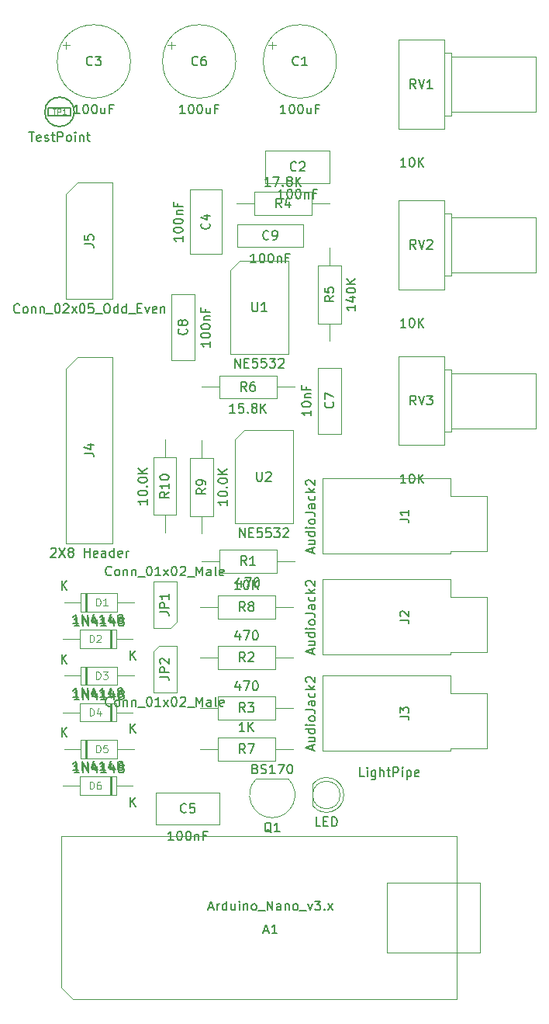
<source format=gbr>
G04 #@! TF.GenerationSoftware,KiCad,Pcbnew,(5.1.2)-1*
G04 #@! TF.CreationDate,2019-06-10T14:27:57-07:00*
G04 #@! TF.ProjectId,sputterer,73707574-7465-4726-9572-2e6b69636164,rev?*
G04 #@! TF.SameCoordinates,Original*
G04 #@! TF.FileFunction,Other,Fab,Top*
%FSLAX46Y46*%
G04 Gerber Fmt 4.6, Leading zero omitted, Abs format (unit mm)*
G04 Created by KiCad (PCBNEW (5.1.2)-1) date 2019-06-10 14:27:57*
%MOMM*%
%LPD*%
G04 APERTURE LIST*
%ADD10C,0.100000*%
%ADD11C,0.150000*%
%ADD12C,0.120000*%
%ADD13C,0.090000*%
G04 APERTURE END LIST*
D10*
X53500000Y-85230000D02*
X57310000Y-85230000D01*
X57310000Y-85230000D02*
X57310000Y-97930000D01*
X57310000Y-97930000D02*
X52230000Y-97930000D01*
X52230000Y-97930000D02*
X52230000Y-86500000D01*
X52230000Y-86500000D02*
X53500000Y-85230000D01*
X87250000Y-169190000D02*
X87250000Y-161570000D01*
X87250000Y-161570000D02*
X97410000Y-161570000D01*
X97410000Y-161570000D02*
X97410000Y-169190000D01*
X97410000Y-169190000D02*
X87250000Y-169190000D01*
X94870000Y-156490000D02*
X94870000Y-174270000D01*
X94870000Y-174270000D02*
X52960000Y-174270000D01*
X52960000Y-174270000D02*
X51690000Y-173000000D01*
X51690000Y-173000000D02*
X51690000Y-156490000D01*
X51690000Y-156490000D02*
X94870000Y-156490000D01*
X74723241Y-69852500D02*
X74723241Y-70652500D01*
X74323241Y-70252500D02*
X75123241Y-70252500D01*
X81750000Y-72000000D02*
G75*
G03X81750000Y-72000000I-4000000J0D01*
G01*
X74000000Y-81750000D02*
X74000000Y-85250000D01*
X74000000Y-85250000D02*
X81000000Y-85250000D01*
X81000000Y-85250000D02*
X81000000Y-81750000D01*
X81000000Y-81750000D02*
X74000000Y-81750000D01*
X59250000Y-72000000D02*
G75*
G03X59250000Y-72000000I-4000000J0D01*
G01*
X51823241Y-70252500D02*
X52623241Y-70252500D01*
X52223241Y-69852500D02*
X52223241Y-70652500D01*
X69250000Y-86000000D02*
X65750000Y-86000000D01*
X65750000Y-86000000D02*
X65750000Y-93000000D01*
X65750000Y-93000000D02*
X69250000Y-93000000D01*
X69250000Y-93000000D02*
X69250000Y-86000000D01*
X69000000Y-151750000D02*
X62000000Y-151750000D01*
X69000000Y-155250000D02*
X69000000Y-151750000D01*
X62000000Y-155250000D02*
X69000000Y-155250000D01*
X62000000Y-151750000D02*
X62000000Y-155250000D01*
X70750000Y-72000000D02*
G75*
G03X70750000Y-72000000I-4000000J0D01*
G01*
X63323241Y-70252500D02*
X64123241Y-70252500D01*
X63723241Y-69852500D02*
X63723241Y-70652500D01*
X82250000Y-105400000D02*
X79750000Y-105400000D01*
X79750000Y-105400000D02*
X79750000Y-112600000D01*
X79750000Y-112600000D02*
X82250000Y-112600000D01*
X82250000Y-112600000D02*
X82250000Y-105400000D01*
X63750000Y-97400000D02*
X63750000Y-104600000D01*
X66250000Y-97400000D02*
X63750000Y-97400000D01*
X66250000Y-104600000D02*
X66250000Y-97400000D01*
X63750000Y-104600000D02*
X66250000Y-104600000D01*
X70900000Y-89750000D02*
X70900000Y-92250000D01*
X70900000Y-92250000D02*
X78100000Y-92250000D01*
X78100000Y-92250000D02*
X78100000Y-89750000D01*
X78100000Y-89750000D02*
X70900000Y-89750000D01*
X54310000Y-130000000D02*
X54310000Y-132000000D01*
X54510000Y-130000000D02*
X54510000Y-132000000D01*
X54410000Y-130000000D02*
X54410000Y-132000000D01*
X59620000Y-131000000D02*
X57810000Y-131000000D01*
X52000000Y-131000000D02*
X53810000Y-131000000D01*
X57810000Y-130000000D02*
X53810000Y-130000000D01*
X57810000Y-132000000D02*
X57810000Y-130000000D01*
X53810000Y-132000000D02*
X57810000Y-132000000D01*
X53810000Y-130000000D02*
X53810000Y-132000000D01*
X57690000Y-136000000D02*
X57690000Y-134000000D01*
X57690000Y-134000000D02*
X53690000Y-134000000D01*
X53690000Y-134000000D02*
X53690000Y-136000000D01*
X53690000Y-136000000D02*
X57690000Y-136000000D01*
X59500000Y-135000000D02*
X57690000Y-135000000D01*
X51880000Y-135000000D02*
X53690000Y-135000000D01*
X57090000Y-136000000D02*
X57090000Y-134000000D01*
X56990000Y-136000000D02*
X56990000Y-134000000D01*
X57190000Y-136000000D02*
X57190000Y-134000000D01*
X53810000Y-138000000D02*
X53810000Y-140000000D01*
X53810000Y-140000000D02*
X57810000Y-140000000D01*
X57810000Y-140000000D02*
X57810000Y-138000000D01*
X57810000Y-138000000D02*
X53810000Y-138000000D01*
X52000000Y-139000000D02*
X53810000Y-139000000D01*
X59620000Y-139000000D02*
X57810000Y-139000000D01*
X54410000Y-138000000D02*
X54410000Y-140000000D01*
X54510000Y-138000000D02*
X54510000Y-140000000D01*
X54310000Y-138000000D02*
X54310000Y-140000000D01*
X57190000Y-144000000D02*
X57190000Y-142000000D01*
X56990000Y-144000000D02*
X56990000Y-142000000D01*
X57090000Y-144000000D02*
X57090000Y-142000000D01*
X51880000Y-143000000D02*
X53690000Y-143000000D01*
X59500000Y-143000000D02*
X57690000Y-143000000D01*
X53690000Y-144000000D02*
X57690000Y-144000000D01*
X53690000Y-142000000D02*
X53690000Y-144000000D01*
X57690000Y-142000000D02*
X53690000Y-142000000D01*
X57690000Y-144000000D02*
X57690000Y-142000000D01*
X54310000Y-146000000D02*
X54310000Y-148000000D01*
X54510000Y-146000000D02*
X54510000Y-148000000D01*
X54410000Y-146000000D02*
X54410000Y-148000000D01*
X59620000Y-147000000D02*
X57810000Y-147000000D01*
X52000000Y-147000000D02*
X53810000Y-147000000D01*
X57810000Y-146000000D02*
X53810000Y-146000000D01*
X57810000Y-148000000D02*
X57810000Y-146000000D01*
X53810000Y-148000000D02*
X57810000Y-148000000D01*
X53810000Y-146000000D02*
X53810000Y-148000000D01*
X57690000Y-152000000D02*
X57690000Y-150000000D01*
X57690000Y-150000000D02*
X53690000Y-150000000D01*
X53690000Y-150000000D02*
X53690000Y-152000000D01*
X53690000Y-152000000D02*
X57690000Y-152000000D01*
X59500000Y-151000000D02*
X57690000Y-151000000D01*
X51880000Y-151000000D02*
X53690000Y-151000000D01*
X57090000Y-152000000D02*
X57090000Y-150000000D01*
X56990000Y-152000000D02*
X56990000Y-150000000D01*
X57190000Y-152000000D02*
X57190000Y-150000000D01*
X79144445Y-153165476D02*
G75*
G03X79145000Y-150833810I1500555J1165476D01*
G01*
X82145000Y-152000000D02*
G75*
G03X82145000Y-152000000I-1500000J0D01*
G01*
X79145000Y-150833810D02*
X79145000Y-153166190D01*
X98200000Y-119400000D02*
X98200000Y-125400000D01*
X98200000Y-125400000D02*
X94200000Y-125400000D01*
X94200000Y-125400000D02*
X94200000Y-125700000D01*
X94200000Y-125700000D02*
X80200000Y-125700000D01*
X80200000Y-125700000D02*
X80200000Y-117500000D01*
X80200000Y-117500000D02*
X94200000Y-117500000D01*
X94200000Y-117500000D02*
X94200000Y-119400000D01*
X94200000Y-119400000D02*
X98200000Y-119400000D01*
X98200000Y-130400000D02*
X98200000Y-136400000D01*
X98200000Y-136400000D02*
X94200000Y-136400000D01*
X94200000Y-136400000D02*
X94200000Y-136700000D01*
X94200000Y-136700000D02*
X80200000Y-136700000D01*
X80200000Y-136700000D02*
X80200000Y-128500000D01*
X80200000Y-128500000D02*
X94200000Y-128500000D01*
X94200000Y-128500000D02*
X94200000Y-130400000D01*
X94200000Y-130400000D02*
X98200000Y-130400000D01*
X94200000Y-140900000D02*
X98200000Y-140900000D01*
X94200000Y-139000000D02*
X94200000Y-140900000D01*
X80200000Y-139000000D02*
X94200000Y-139000000D01*
X80200000Y-147200000D02*
X80200000Y-139000000D01*
X94200000Y-147200000D02*
X80200000Y-147200000D01*
X94200000Y-146900000D02*
X94200000Y-147200000D01*
X98200000Y-146900000D02*
X94200000Y-146900000D01*
X98200000Y-140900000D02*
X98200000Y-146900000D01*
X53500000Y-104230000D02*
X57310000Y-104230000D01*
X57310000Y-104230000D02*
X57310000Y-124550000D01*
X57310000Y-124550000D02*
X52230000Y-124550000D01*
X52230000Y-124550000D02*
X52230000Y-105500000D01*
X52230000Y-105500000D02*
X53500000Y-104230000D01*
X76500000Y-150250000D02*
X73000000Y-150250000D01*
X72976375Y-150246375D02*
G75*
G03X74730000Y-154480000I1753625J-1753625D01*
G01*
X76483625Y-150246375D02*
G75*
G02X74730000Y-154480000I-1753625J-1753625D01*
G01*
X68930000Y-125250000D02*
X68930000Y-127750000D01*
X68930000Y-127750000D02*
X75230000Y-127750000D01*
X75230000Y-127750000D02*
X75230000Y-125250000D01*
X75230000Y-125250000D02*
X68930000Y-125250000D01*
X67000000Y-126500000D02*
X68930000Y-126500000D01*
X77160000Y-126500000D02*
X75230000Y-126500000D01*
X66840000Y-137000000D02*
X68770000Y-137000000D01*
X77000000Y-137000000D02*
X75070000Y-137000000D01*
X68770000Y-138250000D02*
X75070000Y-138250000D01*
X68770000Y-135750000D02*
X68770000Y-138250000D01*
X75070000Y-135750000D02*
X68770000Y-135750000D01*
X75070000Y-138250000D02*
X75070000Y-135750000D01*
X75070000Y-143750000D02*
X75070000Y-141250000D01*
X75070000Y-141250000D02*
X68770000Y-141250000D01*
X68770000Y-141250000D02*
X68770000Y-143750000D01*
X68770000Y-143750000D02*
X75070000Y-143750000D01*
X77000000Y-142500000D02*
X75070000Y-142500000D01*
X66840000Y-142500000D02*
X68770000Y-142500000D01*
X79070000Y-88750000D02*
X79070000Y-86250000D01*
X79070000Y-86250000D02*
X72770000Y-86250000D01*
X72770000Y-86250000D02*
X72770000Y-88750000D01*
X72770000Y-88750000D02*
X79070000Y-88750000D01*
X81000000Y-87500000D02*
X79070000Y-87500000D01*
X70840000Y-87500000D02*
X72770000Y-87500000D01*
X81000000Y-92340000D02*
X81000000Y-94270000D01*
X81000000Y-102500000D02*
X81000000Y-100570000D01*
X79750000Y-94270000D02*
X79750000Y-100570000D01*
X82250000Y-94270000D02*
X79750000Y-94270000D01*
X82250000Y-100570000D02*
X82250000Y-94270000D01*
X79750000Y-100570000D02*
X82250000Y-100570000D01*
X77160000Y-107500000D02*
X75230000Y-107500000D01*
X67000000Y-107500000D02*
X68930000Y-107500000D01*
X75230000Y-106250000D02*
X68930000Y-106250000D01*
X75230000Y-108750000D02*
X75230000Y-106250000D01*
X68930000Y-108750000D02*
X75230000Y-108750000D01*
X68930000Y-106250000D02*
X68930000Y-108750000D01*
X66840000Y-147000000D02*
X68770000Y-147000000D01*
X77000000Y-147000000D02*
X75070000Y-147000000D01*
X68770000Y-148250000D02*
X75070000Y-148250000D01*
X68770000Y-145750000D02*
X68770000Y-148250000D01*
X75070000Y-145750000D02*
X68770000Y-145750000D01*
X75070000Y-148250000D02*
X75070000Y-145750000D01*
X75070000Y-132750000D02*
X75070000Y-130250000D01*
X75070000Y-130250000D02*
X68770000Y-130250000D01*
X68770000Y-130250000D02*
X68770000Y-132750000D01*
X68770000Y-132750000D02*
X75070000Y-132750000D01*
X77000000Y-131500000D02*
X75070000Y-131500000D01*
X66840000Y-131500000D02*
X68770000Y-131500000D01*
X88500000Y-69650000D02*
X88500000Y-79350000D01*
X88500000Y-79350000D02*
X93500000Y-79350000D01*
X93500000Y-79350000D02*
X93500000Y-69650000D01*
X93500000Y-69650000D02*
X88500000Y-69650000D01*
X93500000Y-71100000D02*
X93500000Y-77900000D01*
X93500000Y-77900000D02*
X94300000Y-77900000D01*
X94300000Y-77900000D02*
X94300000Y-71100000D01*
X94300000Y-71100000D02*
X93500000Y-71100000D01*
X94300000Y-71500000D02*
X94300000Y-77500000D01*
X94300000Y-77500000D02*
X103500000Y-77500000D01*
X103500000Y-77500000D02*
X103500000Y-71500000D01*
X103500000Y-71500000D02*
X94300000Y-71500000D01*
X103500000Y-89000000D02*
X94300000Y-89000000D01*
X103500000Y-95000000D02*
X103500000Y-89000000D01*
X94300000Y-95000000D02*
X103500000Y-95000000D01*
X94300000Y-89000000D02*
X94300000Y-95000000D01*
X94300000Y-88600000D02*
X93500000Y-88600000D01*
X94300000Y-95400000D02*
X94300000Y-88600000D01*
X93500000Y-95400000D02*
X94300000Y-95400000D01*
X93500000Y-88600000D02*
X93500000Y-95400000D01*
X93500000Y-87150000D02*
X88500000Y-87150000D01*
X93500000Y-96850000D02*
X93500000Y-87150000D01*
X88500000Y-96850000D02*
X93500000Y-96850000D01*
X88500000Y-87150000D02*
X88500000Y-96850000D01*
X88500000Y-104150000D02*
X88500000Y-113850000D01*
X88500000Y-113850000D02*
X93500000Y-113850000D01*
X93500000Y-113850000D02*
X93500000Y-104150000D01*
X93500000Y-104150000D02*
X88500000Y-104150000D01*
X93500000Y-105600000D02*
X93500000Y-112400000D01*
X93500000Y-112400000D02*
X94300000Y-112400000D01*
X94300000Y-112400000D02*
X94300000Y-105600000D01*
X94300000Y-105600000D02*
X93500000Y-105600000D01*
X94300000Y-106000000D02*
X94300000Y-112000000D01*
X94300000Y-112000000D02*
X103500000Y-112000000D01*
X103500000Y-112000000D02*
X103500000Y-106000000D01*
X103500000Y-106000000D02*
X94300000Y-106000000D01*
X71135000Y-93730000D02*
X76485000Y-93730000D01*
X76485000Y-93730000D02*
X76485000Y-103890000D01*
X76485000Y-103890000D02*
X70135000Y-103890000D01*
X70135000Y-103890000D02*
X70135000Y-94730000D01*
X70135000Y-94730000D02*
X71135000Y-93730000D01*
X63635000Y-133770000D02*
X61730000Y-133770000D01*
X61730000Y-133770000D02*
X61730000Y-128690000D01*
X61730000Y-128690000D02*
X64270000Y-128690000D01*
X64270000Y-128690000D02*
X64270000Y-133135000D01*
X64270000Y-133135000D02*
X63635000Y-133770000D01*
X61730000Y-136365000D02*
X62365000Y-135730000D01*
X61730000Y-140810000D02*
X61730000Y-136365000D01*
X64270000Y-140810000D02*
X61730000Y-140810000D01*
X64270000Y-135730000D02*
X64270000Y-140810000D01*
X62365000Y-135730000D02*
X64270000Y-135730000D01*
X65750000Y-121570000D02*
X68250000Y-121570000D01*
X68250000Y-121570000D02*
X68250000Y-115270000D01*
X68250000Y-115270000D02*
X65750000Y-115270000D01*
X65750000Y-115270000D02*
X65750000Y-121570000D01*
X67000000Y-123500000D02*
X67000000Y-121570000D01*
X67000000Y-113340000D02*
X67000000Y-115270000D01*
X63000000Y-123410000D02*
X63000000Y-121480000D01*
X63000000Y-113250000D02*
X63000000Y-115180000D01*
X64250000Y-121480000D02*
X64250000Y-115180000D01*
X61750000Y-121480000D02*
X64250000Y-121480000D01*
X61750000Y-115180000D02*
X61750000Y-121480000D01*
X64250000Y-115180000D02*
X61750000Y-115180000D01*
X71635000Y-112230000D02*
X76985000Y-112230000D01*
X76985000Y-112230000D02*
X76985000Y-122390000D01*
X76985000Y-122390000D02*
X70635000Y-122390000D01*
X70635000Y-122390000D02*
X70635000Y-113230000D01*
X70635000Y-113230000D02*
X71635000Y-112230000D01*
D11*
X50250000Y-77100000D02*
X52750000Y-77100000D01*
X52750000Y-77100000D02*
X52750000Y-77900000D01*
X52750000Y-77900000D02*
X50250000Y-77900000D01*
X50250000Y-77900000D02*
X50250000Y-77100000D01*
X53100000Y-77500000D02*
G75*
G03X53100000Y-77500000I-1600000J0D01*
G01*
X47127142Y-99347142D02*
X47079523Y-99394761D01*
X46936666Y-99442380D01*
X46841428Y-99442380D01*
X46698571Y-99394761D01*
X46603333Y-99299523D01*
X46555714Y-99204285D01*
X46508095Y-99013809D01*
X46508095Y-98870952D01*
X46555714Y-98680476D01*
X46603333Y-98585238D01*
X46698571Y-98490000D01*
X46841428Y-98442380D01*
X46936666Y-98442380D01*
X47079523Y-98490000D01*
X47127142Y-98537619D01*
X47698571Y-99442380D02*
X47603333Y-99394761D01*
X47555714Y-99347142D01*
X47508095Y-99251904D01*
X47508095Y-98966190D01*
X47555714Y-98870952D01*
X47603333Y-98823333D01*
X47698571Y-98775714D01*
X47841428Y-98775714D01*
X47936666Y-98823333D01*
X47984285Y-98870952D01*
X48031904Y-98966190D01*
X48031904Y-99251904D01*
X47984285Y-99347142D01*
X47936666Y-99394761D01*
X47841428Y-99442380D01*
X47698571Y-99442380D01*
X48460476Y-98775714D02*
X48460476Y-99442380D01*
X48460476Y-98870952D02*
X48508095Y-98823333D01*
X48603333Y-98775714D01*
X48746190Y-98775714D01*
X48841428Y-98823333D01*
X48889047Y-98918571D01*
X48889047Y-99442380D01*
X49365238Y-98775714D02*
X49365238Y-99442380D01*
X49365238Y-98870952D02*
X49412857Y-98823333D01*
X49508095Y-98775714D01*
X49650952Y-98775714D01*
X49746190Y-98823333D01*
X49793809Y-98918571D01*
X49793809Y-99442380D01*
X50031904Y-99537619D02*
X50793809Y-99537619D01*
X51222380Y-98442380D02*
X51317619Y-98442380D01*
X51412857Y-98490000D01*
X51460476Y-98537619D01*
X51508095Y-98632857D01*
X51555714Y-98823333D01*
X51555714Y-99061428D01*
X51508095Y-99251904D01*
X51460476Y-99347142D01*
X51412857Y-99394761D01*
X51317619Y-99442380D01*
X51222380Y-99442380D01*
X51127142Y-99394761D01*
X51079523Y-99347142D01*
X51031904Y-99251904D01*
X50984285Y-99061428D01*
X50984285Y-98823333D01*
X51031904Y-98632857D01*
X51079523Y-98537619D01*
X51127142Y-98490000D01*
X51222380Y-98442380D01*
X51936666Y-98537619D02*
X51984285Y-98490000D01*
X52079523Y-98442380D01*
X52317619Y-98442380D01*
X52412857Y-98490000D01*
X52460476Y-98537619D01*
X52508095Y-98632857D01*
X52508095Y-98728095D01*
X52460476Y-98870952D01*
X51889047Y-99442380D01*
X52508095Y-99442380D01*
X52841428Y-99442380D02*
X53365238Y-98775714D01*
X52841428Y-98775714D02*
X53365238Y-99442380D01*
X53936666Y-98442380D02*
X54031904Y-98442380D01*
X54127142Y-98490000D01*
X54174761Y-98537619D01*
X54222380Y-98632857D01*
X54270000Y-98823333D01*
X54270000Y-99061428D01*
X54222380Y-99251904D01*
X54174761Y-99347142D01*
X54127142Y-99394761D01*
X54031904Y-99442380D01*
X53936666Y-99442380D01*
X53841428Y-99394761D01*
X53793809Y-99347142D01*
X53746190Y-99251904D01*
X53698571Y-99061428D01*
X53698571Y-98823333D01*
X53746190Y-98632857D01*
X53793809Y-98537619D01*
X53841428Y-98490000D01*
X53936666Y-98442380D01*
X55174761Y-98442380D02*
X54698571Y-98442380D01*
X54650952Y-98918571D01*
X54698571Y-98870952D01*
X54793809Y-98823333D01*
X55031904Y-98823333D01*
X55127142Y-98870952D01*
X55174761Y-98918571D01*
X55222380Y-99013809D01*
X55222380Y-99251904D01*
X55174761Y-99347142D01*
X55127142Y-99394761D01*
X55031904Y-99442380D01*
X54793809Y-99442380D01*
X54698571Y-99394761D01*
X54650952Y-99347142D01*
X55412857Y-99537619D02*
X56174761Y-99537619D01*
X56603333Y-98442380D02*
X56793809Y-98442380D01*
X56889047Y-98490000D01*
X56984285Y-98585238D01*
X57031904Y-98775714D01*
X57031904Y-99109047D01*
X56984285Y-99299523D01*
X56889047Y-99394761D01*
X56793809Y-99442380D01*
X56603333Y-99442380D01*
X56508095Y-99394761D01*
X56412857Y-99299523D01*
X56365238Y-99109047D01*
X56365238Y-98775714D01*
X56412857Y-98585238D01*
X56508095Y-98490000D01*
X56603333Y-98442380D01*
X57889047Y-99442380D02*
X57889047Y-98442380D01*
X57889047Y-99394761D02*
X57793809Y-99442380D01*
X57603333Y-99442380D01*
X57508095Y-99394761D01*
X57460476Y-99347142D01*
X57412857Y-99251904D01*
X57412857Y-98966190D01*
X57460476Y-98870952D01*
X57508095Y-98823333D01*
X57603333Y-98775714D01*
X57793809Y-98775714D01*
X57889047Y-98823333D01*
X58793809Y-99442380D02*
X58793809Y-98442380D01*
X58793809Y-99394761D02*
X58698571Y-99442380D01*
X58508095Y-99442380D01*
X58412857Y-99394761D01*
X58365238Y-99347142D01*
X58317619Y-99251904D01*
X58317619Y-98966190D01*
X58365238Y-98870952D01*
X58412857Y-98823333D01*
X58508095Y-98775714D01*
X58698571Y-98775714D01*
X58793809Y-98823333D01*
X59031904Y-99537619D02*
X59793809Y-99537619D01*
X60031904Y-98918571D02*
X60365238Y-98918571D01*
X60508095Y-99442380D02*
X60031904Y-99442380D01*
X60031904Y-98442380D01*
X60508095Y-98442380D01*
X60841428Y-98775714D02*
X61079523Y-99442380D01*
X61317619Y-98775714D01*
X62079523Y-99394761D02*
X61984285Y-99442380D01*
X61793809Y-99442380D01*
X61698571Y-99394761D01*
X61650952Y-99299523D01*
X61650952Y-98918571D01*
X61698571Y-98823333D01*
X61793809Y-98775714D01*
X61984285Y-98775714D01*
X62079523Y-98823333D01*
X62127142Y-98918571D01*
X62127142Y-99013809D01*
X61650952Y-99109047D01*
X62555714Y-98775714D02*
X62555714Y-99442380D01*
X62555714Y-98870952D02*
X62603333Y-98823333D01*
X62698571Y-98775714D01*
X62841428Y-98775714D01*
X62936666Y-98823333D01*
X62984285Y-98918571D01*
X62984285Y-99442380D01*
X54222380Y-91913333D02*
X54936666Y-91913333D01*
X55079523Y-91960952D01*
X55174761Y-92056190D01*
X55222380Y-92199047D01*
X55222380Y-92294285D01*
X54222380Y-90960952D02*
X54222380Y-91437142D01*
X54698571Y-91484761D01*
X54650952Y-91437142D01*
X54603333Y-91341904D01*
X54603333Y-91103809D01*
X54650952Y-91008571D01*
X54698571Y-90960952D01*
X54793809Y-90913333D01*
X55031904Y-90913333D01*
X55127142Y-90960952D01*
X55174761Y-91008571D01*
X55222380Y-91103809D01*
X55222380Y-91341904D01*
X55174761Y-91437142D01*
X55127142Y-91484761D01*
X67811904Y-164276666D02*
X68288095Y-164276666D01*
X67716666Y-164562380D02*
X68050000Y-163562380D01*
X68383333Y-164562380D01*
X68716666Y-164562380D02*
X68716666Y-163895714D01*
X68716666Y-164086190D02*
X68764285Y-163990952D01*
X68811904Y-163943333D01*
X68907142Y-163895714D01*
X69002380Y-163895714D01*
X69764285Y-164562380D02*
X69764285Y-163562380D01*
X69764285Y-164514761D02*
X69669047Y-164562380D01*
X69478571Y-164562380D01*
X69383333Y-164514761D01*
X69335714Y-164467142D01*
X69288095Y-164371904D01*
X69288095Y-164086190D01*
X69335714Y-163990952D01*
X69383333Y-163943333D01*
X69478571Y-163895714D01*
X69669047Y-163895714D01*
X69764285Y-163943333D01*
X70669047Y-163895714D02*
X70669047Y-164562380D01*
X70240476Y-163895714D02*
X70240476Y-164419523D01*
X70288095Y-164514761D01*
X70383333Y-164562380D01*
X70526190Y-164562380D01*
X70621428Y-164514761D01*
X70669047Y-164467142D01*
X71145238Y-164562380D02*
X71145238Y-163895714D01*
X71145238Y-163562380D02*
X71097619Y-163610000D01*
X71145238Y-163657619D01*
X71192857Y-163610000D01*
X71145238Y-163562380D01*
X71145238Y-163657619D01*
X71621428Y-163895714D02*
X71621428Y-164562380D01*
X71621428Y-163990952D02*
X71669047Y-163943333D01*
X71764285Y-163895714D01*
X71907142Y-163895714D01*
X72002380Y-163943333D01*
X72050000Y-164038571D01*
X72050000Y-164562380D01*
X72669047Y-164562380D02*
X72573809Y-164514761D01*
X72526190Y-164467142D01*
X72478571Y-164371904D01*
X72478571Y-164086190D01*
X72526190Y-163990952D01*
X72573809Y-163943333D01*
X72669047Y-163895714D01*
X72811904Y-163895714D01*
X72907142Y-163943333D01*
X72954761Y-163990952D01*
X73002380Y-164086190D01*
X73002380Y-164371904D01*
X72954761Y-164467142D01*
X72907142Y-164514761D01*
X72811904Y-164562380D01*
X72669047Y-164562380D01*
X73192857Y-164657619D02*
X73954761Y-164657619D01*
X74192857Y-164562380D02*
X74192857Y-163562380D01*
X74764285Y-164562380D01*
X74764285Y-163562380D01*
X75669047Y-164562380D02*
X75669047Y-164038571D01*
X75621428Y-163943333D01*
X75526190Y-163895714D01*
X75335714Y-163895714D01*
X75240476Y-163943333D01*
X75669047Y-164514761D02*
X75573809Y-164562380D01*
X75335714Y-164562380D01*
X75240476Y-164514761D01*
X75192857Y-164419523D01*
X75192857Y-164324285D01*
X75240476Y-164229047D01*
X75335714Y-164181428D01*
X75573809Y-164181428D01*
X75669047Y-164133809D01*
X76145238Y-163895714D02*
X76145238Y-164562380D01*
X76145238Y-163990952D02*
X76192857Y-163943333D01*
X76288095Y-163895714D01*
X76430952Y-163895714D01*
X76526190Y-163943333D01*
X76573809Y-164038571D01*
X76573809Y-164562380D01*
X77192857Y-164562380D02*
X77097619Y-164514761D01*
X77050000Y-164467142D01*
X77002380Y-164371904D01*
X77002380Y-164086190D01*
X77050000Y-163990952D01*
X77097619Y-163943333D01*
X77192857Y-163895714D01*
X77335714Y-163895714D01*
X77430952Y-163943333D01*
X77478571Y-163990952D01*
X77526190Y-164086190D01*
X77526190Y-164371904D01*
X77478571Y-164467142D01*
X77430952Y-164514761D01*
X77335714Y-164562380D01*
X77192857Y-164562380D01*
X77716666Y-164657619D02*
X78478571Y-164657619D01*
X78621428Y-163895714D02*
X78859523Y-164562380D01*
X79097619Y-163895714D01*
X79383333Y-163562380D02*
X80002380Y-163562380D01*
X79669047Y-163943333D01*
X79811904Y-163943333D01*
X79907142Y-163990952D01*
X79954761Y-164038571D01*
X80002380Y-164133809D01*
X80002380Y-164371904D01*
X79954761Y-164467142D01*
X79907142Y-164514761D01*
X79811904Y-164562380D01*
X79526190Y-164562380D01*
X79430952Y-164514761D01*
X79383333Y-164467142D01*
X80430952Y-164467142D02*
X80478571Y-164514761D01*
X80430952Y-164562380D01*
X80383333Y-164514761D01*
X80430952Y-164467142D01*
X80430952Y-164562380D01*
X80811904Y-164562380D02*
X81335714Y-163895714D01*
X80811904Y-163895714D02*
X81335714Y-164562380D01*
X73835714Y-166816666D02*
X74311904Y-166816666D01*
X73740476Y-167102380D02*
X74073809Y-166102380D01*
X74407142Y-167102380D01*
X75264285Y-167102380D02*
X74692857Y-167102380D01*
X74978571Y-167102380D02*
X74978571Y-166102380D01*
X74883333Y-166245238D01*
X74788095Y-166340476D01*
X74692857Y-166388095D01*
X76202380Y-77702380D02*
X75630952Y-77702380D01*
X75916666Y-77702380D02*
X75916666Y-76702380D01*
X75821428Y-76845238D01*
X75726190Y-76940476D01*
X75630952Y-76988095D01*
X76821428Y-76702380D02*
X76916666Y-76702380D01*
X77011904Y-76750000D01*
X77059523Y-76797619D01*
X77107142Y-76892857D01*
X77154761Y-77083333D01*
X77154761Y-77321428D01*
X77107142Y-77511904D01*
X77059523Y-77607142D01*
X77011904Y-77654761D01*
X76916666Y-77702380D01*
X76821428Y-77702380D01*
X76726190Y-77654761D01*
X76678571Y-77607142D01*
X76630952Y-77511904D01*
X76583333Y-77321428D01*
X76583333Y-77083333D01*
X76630952Y-76892857D01*
X76678571Y-76797619D01*
X76726190Y-76750000D01*
X76821428Y-76702380D01*
X77773809Y-76702380D02*
X77869047Y-76702380D01*
X77964285Y-76750000D01*
X78011904Y-76797619D01*
X78059523Y-76892857D01*
X78107142Y-77083333D01*
X78107142Y-77321428D01*
X78059523Y-77511904D01*
X78011904Y-77607142D01*
X77964285Y-77654761D01*
X77869047Y-77702380D01*
X77773809Y-77702380D01*
X77678571Y-77654761D01*
X77630952Y-77607142D01*
X77583333Y-77511904D01*
X77535714Y-77321428D01*
X77535714Y-77083333D01*
X77583333Y-76892857D01*
X77630952Y-76797619D01*
X77678571Y-76750000D01*
X77773809Y-76702380D01*
X78964285Y-77035714D02*
X78964285Y-77702380D01*
X78535714Y-77035714D02*
X78535714Y-77559523D01*
X78583333Y-77654761D01*
X78678571Y-77702380D01*
X78821428Y-77702380D01*
X78916666Y-77654761D01*
X78964285Y-77607142D01*
X79773809Y-77178571D02*
X79440476Y-77178571D01*
X79440476Y-77702380D02*
X79440476Y-76702380D01*
X79916666Y-76702380D01*
X77583333Y-72357142D02*
X77535714Y-72404761D01*
X77392857Y-72452380D01*
X77297619Y-72452380D01*
X77154761Y-72404761D01*
X77059523Y-72309523D01*
X77011904Y-72214285D01*
X76964285Y-72023809D01*
X76964285Y-71880952D01*
X77011904Y-71690476D01*
X77059523Y-71595238D01*
X77154761Y-71500000D01*
X77297619Y-71452380D01*
X77392857Y-71452380D01*
X77535714Y-71500000D01*
X77583333Y-71547619D01*
X78535714Y-72452380D02*
X77964285Y-72452380D01*
X78250000Y-72452380D02*
X78250000Y-71452380D01*
X78154761Y-71595238D01*
X78059523Y-71690476D01*
X77964285Y-71738095D01*
X75952380Y-86952380D02*
X75380952Y-86952380D01*
X75666666Y-86952380D02*
X75666666Y-85952380D01*
X75571428Y-86095238D01*
X75476190Y-86190476D01*
X75380952Y-86238095D01*
X76571428Y-85952380D02*
X76666666Y-85952380D01*
X76761904Y-86000000D01*
X76809523Y-86047619D01*
X76857142Y-86142857D01*
X76904761Y-86333333D01*
X76904761Y-86571428D01*
X76857142Y-86761904D01*
X76809523Y-86857142D01*
X76761904Y-86904761D01*
X76666666Y-86952380D01*
X76571428Y-86952380D01*
X76476190Y-86904761D01*
X76428571Y-86857142D01*
X76380952Y-86761904D01*
X76333333Y-86571428D01*
X76333333Y-86333333D01*
X76380952Y-86142857D01*
X76428571Y-86047619D01*
X76476190Y-86000000D01*
X76571428Y-85952380D01*
X77523809Y-85952380D02*
X77619047Y-85952380D01*
X77714285Y-86000000D01*
X77761904Y-86047619D01*
X77809523Y-86142857D01*
X77857142Y-86333333D01*
X77857142Y-86571428D01*
X77809523Y-86761904D01*
X77761904Y-86857142D01*
X77714285Y-86904761D01*
X77619047Y-86952380D01*
X77523809Y-86952380D01*
X77428571Y-86904761D01*
X77380952Y-86857142D01*
X77333333Y-86761904D01*
X77285714Y-86571428D01*
X77285714Y-86333333D01*
X77333333Y-86142857D01*
X77380952Y-86047619D01*
X77428571Y-86000000D01*
X77523809Y-85952380D01*
X78285714Y-86285714D02*
X78285714Y-86952380D01*
X78285714Y-86380952D02*
X78333333Y-86333333D01*
X78428571Y-86285714D01*
X78571428Y-86285714D01*
X78666666Y-86333333D01*
X78714285Y-86428571D01*
X78714285Y-86952380D01*
X79523809Y-86428571D02*
X79190476Y-86428571D01*
X79190476Y-86952380D02*
X79190476Y-85952380D01*
X79666666Y-85952380D01*
X77333333Y-83857142D02*
X77285714Y-83904761D01*
X77142857Y-83952380D01*
X77047619Y-83952380D01*
X76904761Y-83904761D01*
X76809523Y-83809523D01*
X76761904Y-83714285D01*
X76714285Y-83523809D01*
X76714285Y-83380952D01*
X76761904Y-83190476D01*
X76809523Y-83095238D01*
X76904761Y-83000000D01*
X77047619Y-82952380D01*
X77142857Y-82952380D01*
X77285714Y-83000000D01*
X77333333Y-83047619D01*
X77714285Y-83047619D02*
X77761904Y-83000000D01*
X77857142Y-82952380D01*
X78095238Y-82952380D01*
X78190476Y-83000000D01*
X78238095Y-83047619D01*
X78285714Y-83142857D01*
X78285714Y-83238095D01*
X78238095Y-83380952D01*
X77666666Y-83952380D01*
X78285714Y-83952380D01*
X53702380Y-77702380D02*
X53130952Y-77702380D01*
X53416666Y-77702380D02*
X53416666Y-76702380D01*
X53321428Y-76845238D01*
X53226190Y-76940476D01*
X53130952Y-76988095D01*
X54321428Y-76702380D02*
X54416666Y-76702380D01*
X54511904Y-76750000D01*
X54559523Y-76797619D01*
X54607142Y-76892857D01*
X54654761Y-77083333D01*
X54654761Y-77321428D01*
X54607142Y-77511904D01*
X54559523Y-77607142D01*
X54511904Y-77654761D01*
X54416666Y-77702380D01*
X54321428Y-77702380D01*
X54226190Y-77654761D01*
X54178571Y-77607142D01*
X54130952Y-77511904D01*
X54083333Y-77321428D01*
X54083333Y-77083333D01*
X54130952Y-76892857D01*
X54178571Y-76797619D01*
X54226190Y-76750000D01*
X54321428Y-76702380D01*
X55273809Y-76702380D02*
X55369047Y-76702380D01*
X55464285Y-76750000D01*
X55511904Y-76797619D01*
X55559523Y-76892857D01*
X55607142Y-77083333D01*
X55607142Y-77321428D01*
X55559523Y-77511904D01*
X55511904Y-77607142D01*
X55464285Y-77654761D01*
X55369047Y-77702380D01*
X55273809Y-77702380D01*
X55178571Y-77654761D01*
X55130952Y-77607142D01*
X55083333Y-77511904D01*
X55035714Y-77321428D01*
X55035714Y-77083333D01*
X55083333Y-76892857D01*
X55130952Y-76797619D01*
X55178571Y-76750000D01*
X55273809Y-76702380D01*
X56464285Y-77035714D02*
X56464285Y-77702380D01*
X56035714Y-77035714D02*
X56035714Y-77559523D01*
X56083333Y-77654761D01*
X56178571Y-77702380D01*
X56321428Y-77702380D01*
X56416666Y-77654761D01*
X56464285Y-77607142D01*
X57273809Y-77178571D02*
X56940476Y-77178571D01*
X56940476Y-77702380D02*
X56940476Y-76702380D01*
X57416666Y-76702380D01*
X55083333Y-72357142D02*
X55035714Y-72404761D01*
X54892857Y-72452380D01*
X54797619Y-72452380D01*
X54654761Y-72404761D01*
X54559523Y-72309523D01*
X54511904Y-72214285D01*
X54464285Y-72023809D01*
X54464285Y-71880952D01*
X54511904Y-71690476D01*
X54559523Y-71595238D01*
X54654761Y-71500000D01*
X54797619Y-71452380D01*
X54892857Y-71452380D01*
X55035714Y-71500000D01*
X55083333Y-71547619D01*
X55416666Y-71452380D02*
X56035714Y-71452380D01*
X55702380Y-71833333D01*
X55845238Y-71833333D01*
X55940476Y-71880952D01*
X55988095Y-71928571D01*
X56035714Y-72023809D01*
X56035714Y-72261904D01*
X55988095Y-72357142D01*
X55940476Y-72404761D01*
X55845238Y-72452380D01*
X55559523Y-72452380D01*
X55464285Y-72404761D01*
X55416666Y-72357142D01*
X64952380Y-91047619D02*
X64952380Y-91619047D01*
X64952380Y-91333333D02*
X63952380Y-91333333D01*
X64095238Y-91428571D01*
X64190476Y-91523809D01*
X64238095Y-91619047D01*
X63952380Y-90428571D02*
X63952380Y-90333333D01*
X64000000Y-90238095D01*
X64047619Y-90190476D01*
X64142857Y-90142857D01*
X64333333Y-90095238D01*
X64571428Y-90095238D01*
X64761904Y-90142857D01*
X64857142Y-90190476D01*
X64904761Y-90238095D01*
X64952380Y-90333333D01*
X64952380Y-90428571D01*
X64904761Y-90523809D01*
X64857142Y-90571428D01*
X64761904Y-90619047D01*
X64571428Y-90666666D01*
X64333333Y-90666666D01*
X64142857Y-90619047D01*
X64047619Y-90571428D01*
X64000000Y-90523809D01*
X63952380Y-90428571D01*
X63952380Y-89476190D02*
X63952380Y-89380952D01*
X64000000Y-89285714D01*
X64047619Y-89238095D01*
X64142857Y-89190476D01*
X64333333Y-89142857D01*
X64571428Y-89142857D01*
X64761904Y-89190476D01*
X64857142Y-89238095D01*
X64904761Y-89285714D01*
X64952380Y-89380952D01*
X64952380Y-89476190D01*
X64904761Y-89571428D01*
X64857142Y-89619047D01*
X64761904Y-89666666D01*
X64571428Y-89714285D01*
X64333333Y-89714285D01*
X64142857Y-89666666D01*
X64047619Y-89619047D01*
X64000000Y-89571428D01*
X63952380Y-89476190D01*
X64285714Y-88714285D02*
X64952380Y-88714285D01*
X64380952Y-88714285D02*
X64333333Y-88666666D01*
X64285714Y-88571428D01*
X64285714Y-88428571D01*
X64333333Y-88333333D01*
X64428571Y-88285714D01*
X64952380Y-88285714D01*
X64428571Y-87476190D02*
X64428571Y-87809523D01*
X64952380Y-87809523D02*
X63952380Y-87809523D01*
X63952380Y-87333333D01*
X67857142Y-89666666D02*
X67904761Y-89714285D01*
X67952380Y-89857142D01*
X67952380Y-89952380D01*
X67904761Y-90095238D01*
X67809523Y-90190476D01*
X67714285Y-90238095D01*
X67523809Y-90285714D01*
X67380952Y-90285714D01*
X67190476Y-90238095D01*
X67095238Y-90190476D01*
X67000000Y-90095238D01*
X66952380Y-89952380D01*
X66952380Y-89857142D01*
X67000000Y-89714285D01*
X67047619Y-89666666D01*
X67285714Y-88809523D02*
X67952380Y-88809523D01*
X66904761Y-89047619D02*
X67619047Y-89285714D01*
X67619047Y-88666666D01*
X63952380Y-156952380D02*
X63380952Y-156952380D01*
X63666666Y-156952380D02*
X63666666Y-155952380D01*
X63571428Y-156095238D01*
X63476190Y-156190476D01*
X63380952Y-156238095D01*
X64571428Y-155952380D02*
X64666666Y-155952380D01*
X64761904Y-156000000D01*
X64809523Y-156047619D01*
X64857142Y-156142857D01*
X64904761Y-156333333D01*
X64904761Y-156571428D01*
X64857142Y-156761904D01*
X64809523Y-156857142D01*
X64761904Y-156904761D01*
X64666666Y-156952380D01*
X64571428Y-156952380D01*
X64476190Y-156904761D01*
X64428571Y-156857142D01*
X64380952Y-156761904D01*
X64333333Y-156571428D01*
X64333333Y-156333333D01*
X64380952Y-156142857D01*
X64428571Y-156047619D01*
X64476190Y-156000000D01*
X64571428Y-155952380D01*
X65523809Y-155952380D02*
X65619047Y-155952380D01*
X65714285Y-156000000D01*
X65761904Y-156047619D01*
X65809523Y-156142857D01*
X65857142Y-156333333D01*
X65857142Y-156571428D01*
X65809523Y-156761904D01*
X65761904Y-156857142D01*
X65714285Y-156904761D01*
X65619047Y-156952380D01*
X65523809Y-156952380D01*
X65428571Y-156904761D01*
X65380952Y-156857142D01*
X65333333Y-156761904D01*
X65285714Y-156571428D01*
X65285714Y-156333333D01*
X65333333Y-156142857D01*
X65380952Y-156047619D01*
X65428571Y-156000000D01*
X65523809Y-155952380D01*
X66285714Y-156285714D02*
X66285714Y-156952380D01*
X66285714Y-156380952D02*
X66333333Y-156333333D01*
X66428571Y-156285714D01*
X66571428Y-156285714D01*
X66666666Y-156333333D01*
X66714285Y-156428571D01*
X66714285Y-156952380D01*
X67523809Y-156428571D02*
X67190476Y-156428571D01*
X67190476Y-156952380D02*
X67190476Y-155952380D01*
X67666666Y-155952380D01*
X65333333Y-153857142D02*
X65285714Y-153904761D01*
X65142857Y-153952380D01*
X65047619Y-153952380D01*
X64904761Y-153904761D01*
X64809523Y-153809523D01*
X64761904Y-153714285D01*
X64714285Y-153523809D01*
X64714285Y-153380952D01*
X64761904Y-153190476D01*
X64809523Y-153095238D01*
X64904761Y-153000000D01*
X65047619Y-152952380D01*
X65142857Y-152952380D01*
X65285714Y-153000000D01*
X65333333Y-153047619D01*
X66238095Y-152952380D02*
X65761904Y-152952380D01*
X65714285Y-153428571D01*
X65761904Y-153380952D01*
X65857142Y-153333333D01*
X66095238Y-153333333D01*
X66190476Y-153380952D01*
X66238095Y-153428571D01*
X66285714Y-153523809D01*
X66285714Y-153761904D01*
X66238095Y-153857142D01*
X66190476Y-153904761D01*
X66095238Y-153952380D01*
X65857142Y-153952380D01*
X65761904Y-153904761D01*
X65714285Y-153857142D01*
X65202380Y-77702380D02*
X64630952Y-77702380D01*
X64916666Y-77702380D02*
X64916666Y-76702380D01*
X64821428Y-76845238D01*
X64726190Y-76940476D01*
X64630952Y-76988095D01*
X65821428Y-76702380D02*
X65916666Y-76702380D01*
X66011904Y-76750000D01*
X66059523Y-76797619D01*
X66107142Y-76892857D01*
X66154761Y-77083333D01*
X66154761Y-77321428D01*
X66107142Y-77511904D01*
X66059523Y-77607142D01*
X66011904Y-77654761D01*
X65916666Y-77702380D01*
X65821428Y-77702380D01*
X65726190Y-77654761D01*
X65678571Y-77607142D01*
X65630952Y-77511904D01*
X65583333Y-77321428D01*
X65583333Y-77083333D01*
X65630952Y-76892857D01*
X65678571Y-76797619D01*
X65726190Y-76750000D01*
X65821428Y-76702380D01*
X66773809Y-76702380D02*
X66869047Y-76702380D01*
X66964285Y-76750000D01*
X67011904Y-76797619D01*
X67059523Y-76892857D01*
X67107142Y-77083333D01*
X67107142Y-77321428D01*
X67059523Y-77511904D01*
X67011904Y-77607142D01*
X66964285Y-77654761D01*
X66869047Y-77702380D01*
X66773809Y-77702380D01*
X66678571Y-77654761D01*
X66630952Y-77607142D01*
X66583333Y-77511904D01*
X66535714Y-77321428D01*
X66535714Y-77083333D01*
X66583333Y-76892857D01*
X66630952Y-76797619D01*
X66678571Y-76750000D01*
X66773809Y-76702380D01*
X67964285Y-77035714D02*
X67964285Y-77702380D01*
X67535714Y-77035714D02*
X67535714Y-77559523D01*
X67583333Y-77654761D01*
X67678571Y-77702380D01*
X67821428Y-77702380D01*
X67916666Y-77654761D01*
X67964285Y-77607142D01*
X68773809Y-77178571D02*
X68440476Y-77178571D01*
X68440476Y-77702380D02*
X68440476Y-76702380D01*
X68916666Y-76702380D01*
X66583333Y-72357142D02*
X66535714Y-72404761D01*
X66392857Y-72452380D01*
X66297619Y-72452380D01*
X66154761Y-72404761D01*
X66059523Y-72309523D01*
X66011904Y-72214285D01*
X65964285Y-72023809D01*
X65964285Y-71880952D01*
X66011904Y-71690476D01*
X66059523Y-71595238D01*
X66154761Y-71500000D01*
X66297619Y-71452380D01*
X66392857Y-71452380D01*
X66535714Y-71500000D01*
X66583333Y-71547619D01*
X67440476Y-71452380D02*
X67250000Y-71452380D01*
X67154761Y-71500000D01*
X67107142Y-71547619D01*
X67011904Y-71690476D01*
X66964285Y-71880952D01*
X66964285Y-72261904D01*
X67011904Y-72357142D01*
X67059523Y-72404761D01*
X67154761Y-72452380D01*
X67345238Y-72452380D01*
X67440476Y-72404761D01*
X67488095Y-72357142D01*
X67535714Y-72261904D01*
X67535714Y-72023809D01*
X67488095Y-71928571D01*
X67440476Y-71880952D01*
X67345238Y-71833333D01*
X67154761Y-71833333D01*
X67059523Y-71880952D01*
X67011904Y-71928571D01*
X66964285Y-72023809D01*
X78952380Y-110071428D02*
X78952380Y-110642857D01*
X78952380Y-110357142D02*
X77952380Y-110357142D01*
X78095238Y-110452380D01*
X78190476Y-110547619D01*
X78238095Y-110642857D01*
X77952380Y-109452380D02*
X77952380Y-109357142D01*
X78000000Y-109261904D01*
X78047619Y-109214285D01*
X78142857Y-109166666D01*
X78333333Y-109119047D01*
X78571428Y-109119047D01*
X78761904Y-109166666D01*
X78857142Y-109214285D01*
X78904761Y-109261904D01*
X78952380Y-109357142D01*
X78952380Y-109452380D01*
X78904761Y-109547619D01*
X78857142Y-109595238D01*
X78761904Y-109642857D01*
X78571428Y-109690476D01*
X78333333Y-109690476D01*
X78142857Y-109642857D01*
X78047619Y-109595238D01*
X78000000Y-109547619D01*
X77952380Y-109452380D01*
X78285714Y-108690476D02*
X78952380Y-108690476D01*
X78380952Y-108690476D02*
X78333333Y-108642857D01*
X78285714Y-108547619D01*
X78285714Y-108404761D01*
X78333333Y-108309523D01*
X78428571Y-108261904D01*
X78952380Y-108261904D01*
X78428571Y-107452380D02*
X78428571Y-107785714D01*
X78952380Y-107785714D02*
X77952380Y-107785714D01*
X77952380Y-107309523D01*
X81357142Y-109166666D02*
X81404761Y-109214285D01*
X81452380Y-109357142D01*
X81452380Y-109452380D01*
X81404761Y-109595238D01*
X81309523Y-109690476D01*
X81214285Y-109738095D01*
X81023809Y-109785714D01*
X80880952Y-109785714D01*
X80690476Y-109738095D01*
X80595238Y-109690476D01*
X80500000Y-109595238D01*
X80452380Y-109452380D01*
X80452380Y-109357142D01*
X80500000Y-109214285D01*
X80547619Y-109166666D01*
X80452380Y-108833333D02*
X80452380Y-108166666D01*
X81452380Y-108595238D01*
X67952380Y-102547619D02*
X67952380Y-103119047D01*
X67952380Y-102833333D02*
X66952380Y-102833333D01*
X67095238Y-102928571D01*
X67190476Y-103023809D01*
X67238095Y-103119047D01*
X66952380Y-101928571D02*
X66952380Y-101833333D01*
X67000000Y-101738095D01*
X67047619Y-101690476D01*
X67142857Y-101642857D01*
X67333333Y-101595238D01*
X67571428Y-101595238D01*
X67761904Y-101642857D01*
X67857142Y-101690476D01*
X67904761Y-101738095D01*
X67952380Y-101833333D01*
X67952380Y-101928571D01*
X67904761Y-102023809D01*
X67857142Y-102071428D01*
X67761904Y-102119047D01*
X67571428Y-102166666D01*
X67333333Y-102166666D01*
X67142857Y-102119047D01*
X67047619Y-102071428D01*
X67000000Y-102023809D01*
X66952380Y-101928571D01*
X66952380Y-100976190D02*
X66952380Y-100880952D01*
X67000000Y-100785714D01*
X67047619Y-100738095D01*
X67142857Y-100690476D01*
X67333333Y-100642857D01*
X67571428Y-100642857D01*
X67761904Y-100690476D01*
X67857142Y-100738095D01*
X67904761Y-100785714D01*
X67952380Y-100880952D01*
X67952380Y-100976190D01*
X67904761Y-101071428D01*
X67857142Y-101119047D01*
X67761904Y-101166666D01*
X67571428Y-101214285D01*
X67333333Y-101214285D01*
X67142857Y-101166666D01*
X67047619Y-101119047D01*
X67000000Y-101071428D01*
X66952380Y-100976190D01*
X67285714Y-100214285D02*
X67952380Y-100214285D01*
X67380952Y-100214285D02*
X67333333Y-100166666D01*
X67285714Y-100071428D01*
X67285714Y-99928571D01*
X67333333Y-99833333D01*
X67428571Y-99785714D01*
X67952380Y-99785714D01*
X67428571Y-98976190D02*
X67428571Y-99309523D01*
X67952380Y-99309523D02*
X66952380Y-99309523D01*
X66952380Y-98833333D01*
X65357142Y-101166666D02*
X65404761Y-101214285D01*
X65452380Y-101357142D01*
X65452380Y-101452380D01*
X65404761Y-101595238D01*
X65309523Y-101690476D01*
X65214285Y-101738095D01*
X65023809Y-101785714D01*
X64880952Y-101785714D01*
X64690476Y-101738095D01*
X64595238Y-101690476D01*
X64500000Y-101595238D01*
X64452380Y-101452380D01*
X64452380Y-101357142D01*
X64500000Y-101214285D01*
X64547619Y-101166666D01*
X64880952Y-100595238D02*
X64833333Y-100690476D01*
X64785714Y-100738095D01*
X64690476Y-100785714D01*
X64642857Y-100785714D01*
X64547619Y-100738095D01*
X64500000Y-100690476D01*
X64452380Y-100595238D01*
X64452380Y-100404761D01*
X64500000Y-100309523D01*
X64547619Y-100261904D01*
X64642857Y-100214285D01*
X64690476Y-100214285D01*
X64785714Y-100261904D01*
X64833333Y-100309523D01*
X64880952Y-100404761D01*
X64880952Y-100595238D01*
X64928571Y-100690476D01*
X64976190Y-100738095D01*
X65071428Y-100785714D01*
X65261904Y-100785714D01*
X65357142Y-100738095D01*
X65404761Y-100690476D01*
X65452380Y-100595238D01*
X65452380Y-100404761D01*
X65404761Y-100309523D01*
X65357142Y-100261904D01*
X65261904Y-100214285D01*
X65071428Y-100214285D01*
X64976190Y-100261904D01*
X64928571Y-100309523D01*
X64880952Y-100404761D01*
X72952380Y-93952380D02*
X72380952Y-93952380D01*
X72666666Y-93952380D02*
X72666666Y-92952380D01*
X72571428Y-93095238D01*
X72476190Y-93190476D01*
X72380952Y-93238095D01*
X73571428Y-92952380D02*
X73666666Y-92952380D01*
X73761904Y-93000000D01*
X73809523Y-93047619D01*
X73857142Y-93142857D01*
X73904761Y-93333333D01*
X73904761Y-93571428D01*
X73857142Y-93761904D01*
X73809523Y-93857142D01*
X73761904Y-93904761D01*
X73666666Y-93952380D01*
X73571428Y-93952380D01*
X73476190Y-93904761D01*
X73428571Y-93857142D01*
X73380952Y-93761904D01*
X73333333Y-93571428D01*
X73333333Y-93333333D01*
X73380952Y-93142857D01*
X73428571Y-93047619D01*
X73476190Y-93000000D01*
X73571428Y-92952380D01*
X74523809Y-92952380D02*
X74619047Y-92952380D01*
X74714285Y-93000000D01*
X74761904Y-93047619D01*
X74809523Y-93142857D01*
X74857142Y-93333333D01*
X74857142Y-93571428D01*
X74809523Y-93761904D01*
X74761904Y-93857142D01*
X74714285Y-93904761D01*
X74619047Y-93952380D01*
X74523809Y-93952380D01*
X74428571Y-93904761D01*
X74380952Y-93857142D01*
X74333333Y-93761904D01*
X74285714Y-93571428D01*
X74285714Y-93333333D01*
X74333333Y-93142857D01*
X74380952Y-93047619D01*
X74428571Y-93000000D01*
X74523809Y-92952380D01*
X75285714Y-93285714D02*
X75285714Y-93952380D01*
X75285714Y-93380952D02*
X75333333Y-93333333D01*
X75428571Y-93285714D01*
X75571428Y-93285714D01*
X75666666Y-93333333D01*
X75714285Y-93428571D01*
X75714285Y-93952380D01*
X76523809Y-93428571D02*
X76190476Y-93428571D01*
X76190476Y-93952380D02*
X76190476Y-92952380D01*
X76666666Y-92952380D01*
X74333333Y-91357142D02*
X74285714Y-91404761D01*
X74142857Y-91452380D01*
X74047619Y-91452380D01*
X73904761Y-91404761D01*
X73809523Y-91309523D01*
X73761904Y-91214285D01*
X73714285Y-91023809D01*
X73714285Y-90880952D01*
X73761904Y-90690476D01*
X73809523Y-90595238D01*
X73904761Y-90500000D01*
X74047619Y-90452380D01*
X74142857Y-90452380D01*
X74285714Y-90500000D01*
X74333333Y-90547619D01*
X74809523Y-91452380D02*
X75000000Y-91452380D01*
X75095238Y-91404761D01*
X75142857Y-91357142D01*
X75238095Y-91214285D01*
X75285714Y-91023809D01*
X75285714Y-90642857D01*
X75238095Y-90547619D01*
X75190476Y-90500000D01*
X75095238Y-90452380D01*
X74904761Y-90452380D01*
X74809523Y-90500000D01*
X74761904Y-90547619D01*
X74714285Y-90642857D01*
X74714285Y-90880952D01*
X74761904Y-90976190D01*
X74809523Y-91023809D01*
X74904761Y-91071428D01*
X75095238Y-91071428D01*
X75190476Y-91023809D01*
X75238095Y-90976190D01*
X75285714Y-90880952D01*
X53667142Y-133572380D02*
X53095714Y-133572380D01*
X53381428Y-133572380D02*
X53381428Y-132572380D01*
X53286190Y-132715238D01*
X53190952Y-132810476D01*
X53095714Y-132858095D01*
X54095714Y-133572380D02*
X54095714Y-132572380D01*
X54667142Y-133572380D01*
X54667142Y-132572380D01*
X55571904Y-132905714D02*
X55571904Y-133572380D01*
X55333809Y-132524761D02*
X55095714Y-133239047D01*
X55714761Y-133239047D01*
X56619523Y-133572380D02*
X56048095Y-133572380D01*
X56333809Y-133572380D02*
X56333809Y-132572380D01*
X56238571Y-132715238D01*
X56143333Y-132810476D01*
X56048095Y-132858095D01*
X57476666Y-132905714D02*
X57476666Y-133572380D01*
X57238571Y-132524761D02*
X57000476Y-133239047D01*
X57619523Y-133239047D01*
X58143333Y-133000952D02*
X58048095Y-132953333D01*
X58000476Y-132905714D01*
X57952857Y-132810476D01*
X57952857Y-132762857D01*
X58000476Y-132667619D01*
X58048095Y-132620000D01*
X58143333Y-132572380D01*
X58333809Y-132572380D01*
X58429047Y-132620000D01*
X58476666Y-132667619D01*
X58524285Y-132762857D01*
X58524285Y-132810476D01*
X58476666Y-132905714D01*
X58429047Y-132953333D01*
X58333809Y-133000952D01*
X58143333Y-133000952D01*
X58048095Y-133048571D01*
X58000476Y-133096190D01*
X57952857Y-133191428D01*
X57952857Y-133381904D01*
X58000476Y-133477142D01*
X58048095Y-133524761D01*
X58143333Y-133572380D01*
X58333809Y-133572380D01*
X58429047Y-133524761D01*
X58476666Y-133477142D01*
X58524285Y-133381904D01*
X58524285Y-133191428D01*
X58476666Y-133096190D01*
X58429047Y-133048571D01*
X58333809Y-133000952D01*
X51738095Y-129652380D02*
X51738095Y-128652380D01*
X52309523Y-129652380D02*
X51880952Y-129080952D01*
X52309523Y-128652380D02*
X51738095Y-129223809D01*
D12*
X55519523Y-131361904D02*
X55519523Y-130561904D01*
X55710000Y-130561904D01*
X55824285Y-130600000D01*
X55900476Y-130676190D01*
X55938571Y-130752380D01*
X55976666Y-130904761D01*
X55976666Y-131019047D01*
X55938571Y-131171428D01*
X55900476Y-131247619D01*
X55824285Y-131323809D01*
X55710000Y-131361904D01*
X55519523Y-131361904D01*
X56738571Y-131361904D02*
X56281428Y-131361904D01*
X56510000Y-131361904D02*
X56510000Y-130561904D01*
X56433809Y-130676190D01*
X56357619Y-130752380D01*
X56281428Y-130790476D01*
D11*
X53547142Y-133332380D02*
X52975714Y-133332380D01*
X53261428Y-133332380D02*
X53261428Y-132332380D01*
X53166190Y-132475238D01*
X53070952Y-132570476D01*
X52975714Y-132618095D01*
X53975714Y-133332380D02*
X53975714Y-132332380D01*
X54547142Y-133332380D01*
X54547142Y-132332380D01*
X55451904Y-132665714D02*
X55451904Y-133332380D01*
X55213809Y-132284761D02*
X54975714Y-132999047D01*
X55594761Y-132999047D01*
X56499523Y-133332380D02*
X55928095Y-133332380D01*
X56213809Y-133332380D02*
X56213809Y-132332380D01*
X56118571Y-132475238D01*
X56023333Y-132570476D01*
X55928095Y-132618095D01*
X57356666Y-132665714D02*
X57356666Y-133332380D01*
X57118571Y-132284761D02*
X56880476Y-132999047D01*
X57499523Y-132999047D01*
X58023333Y-132760952D02*
X57928095Y-132713333D01*
X57880476Y-132665714D01*
X57832857Y-132570476D01*
X57832857Y-132522857D01*
X57880476Y-132427619D01*
X57928095Y-132380000D01*
X58023333Y-132332380D01*
X58213809Y-132332380D01*
X58309047Y-132380000D01*
X58356666Y-132427619D01*
X58404285Y-132522857D01*
X58404285Y-132570476D01*
X58356666Y-132665714D01*
X58309047Y-132713333D01*
X58213809Y-132760952D01*
X58023333Y-132760952D01*
X57928095Y-132808571D01*
X57880476Y-132856190D01*
X57832857Y-132951428D01*
X57832857Y-133141904D01*
X57880476Y-133237142D01*
X57928095Y-133284761D01*
X58023333Y-133332380D01*
X58213809Y-133332380D01*
X58309047Y-133284761D01*
X58356666Y-133237142D01*
X58404285Y-133141904D01*
X58404285Y-132951428D01*
X58356666Y-132856190D01*
X58309047Y-132808571D01*
X58213809Y-132760952D01*
D12*
X54799523Y-135361904D02*
X54799523Y-134561904D01*
X54990000Y-134561904D01*
X55104285Y-134600000D01*
X55180476Y-134676190D01*
X55218571Y-134752380D01*
X55256666Y-134904761D01*
X55256666Y-135019047D01*
X55218571Y-135171428D01*
X55180476Y-135247619D01*
X55104285Y-135323809D01*
X54990000Y-135361904D01*
X54799523Y-135361904D01*
X55561428Y-134638095D02*
X55599523Y-134600000D01*
X55675714Y-134561904D01*
X55866190Y-134561904D01*
X55942380Y-134600000D01*
X55980476Y-134638095D01*
X56018571Y-134714285D01*
X56018571Y-134790476D01*
X55980476Y-134904761D01*
X55523333Y-135361904D01*
X56018571Y-135361904D01*
D11*
X59238095Y-137252380D02*
X59238095Y-136252380D01*
X59809523Y-137252380D02*
X59380952Y-136680952D01*
X59809523Y-136252380D02*
X59238095Y-136823809D01*
X53667142Y-141572380D02*
X53095714Y-141572380D01*
X53381428Y-141572380D02*
X53381428Y-140572380D01*
X53286190Y-140715238D01*
X53190952Y-140810476D01*
X53095714Y-140858095D01*
X54095714Y-141572380D02*
X54095714Y-140572380D01*
X54667142Y-141572380D01*
X54667142Y-140572380D01*
X55571904Y-140905714D02*
X55571904Y-141572380D01*
X55333809Y-140524761D02*
X55095714Y-141239047D01*
X55714761Y-141239047D01*
X56619523Y-141572380D02*
X56048095Y-141572380D01*
X56333809Y-141572380D02*
X56333809Y-140572380D01*
X56238571Y-140715238D01*
X56143333Y-140810476D01*
X56048095Y-140858095D01*
X57476666Y-140905714D02*
X57476666Y-141572380D01*
X57238571Y-140524761D02*
X57000476Y-141239047D01*
X57619523Y-141239047D01*
X58143333Y-141000952D02*
X58048095Y-140953333D01*
X58000476Y-140905714D01*
X57952857Y-140810476D01*
X57952857Y-140762857D01*
X58000476Y-140667619D01*
X58048095Y-140620000D01*
X58143333Y-140572380D01*
X58333809Y-140572380D01*
X58429047Y-140620000D01*
X58476666Y-140667619D01*
X58524285Y-140762857D01*
X58524285Y-140810476D01*
X58476666Y-140905714D01*
X58429047Y-140953333D01*
X58333809Y-141000952D01*
X58143333Y-141000952D01*
X58048095Y-141048571D01*
X58000476Y-141096190D01*
X57952857Y-141191428D01*
X57952857Y-141381904D01*
X58000476Y-141477142D01*
X58048095Y-141524761D01*
X58143333Y-141572380D01*
X58333809Y-141572380D01*
X58429047Y-141524761D01*
X58476666Y-141477142D01*
X58524285Y-141381904D01*
X58524285Y-141191428D01*
X58476666Y-141096190D01*
X58429047Y-141048571D01*
X58333809Y-141000952D01*
D12*
X55519523Y-139361904D02*
X55519523Y-138561904D01*
X55710000Y-138561904D01*
X55824285Y-138600000D01*
X55900476Y-138676190D01*
X55938571Y-138752380D01*
X55976666Y-138904761D01*
X55976666Y-139019047D01*
X55938571Y-139171428D01*
X55900476Y-139247619D01*
X55824285Y-139323809D01*
X55710000Y-139361904D01*
X55519523Y-139361904D01*
X56243333Y-138561904D02*
X56738571Y-138561904D01*
X56471904Y-138866666D01*
X56586190Y-138866666D01*
X56662380Y-138904761D01*
X56700476Y-138942857D01*
X56738571Y-139019047D01*
X56738571Y-139209523D01*
X56700476Y-139285714D01*
X56662380Y-139323809D01*
X56586190Y-139361904D01*
X56357619Y-139361904D01*
X56281428Y-139323809D01*
X56243333Y-139285714D01*
D11*
X51738095Y-137652380D02*
X51738095Y-136652380D01*
X52309523Y-137652380D02*
X51880952Y-137080952D01*
X52309523Y-136652380D02*
X51738095Y-137223809D01*
X53547142Y-141332380D02*
X52975714Y-141332380D01*
X53261428Y-141332380D02*
X53261428Y-140332380D01*
X53166190Y-140475238D01*
X53070952Y-140570476D01*
X52975714Y-140618095D01*
X53975714Y-141332380D02*
X53975714Y-140332380D01*
X54547142Y-141332380D01*
X54547142Y-140332380D01*
X55451904Y-140665714D02*
X55451904Y-141332380D01*
X55213809Y-140284761D02*
X54975714Y-140999047D01*
X55594761Y-140999047D01*
X56499523Y-141332380D02*
X55928095Y-141332380D01*
X56213809Y-141332380D02*
X56213809Y-140332380D01*
X56118571Y-140475238D01*
X56023333Y-140570476D01*
X55928095Y-140618095D01*
X57356666Y-140665714D02*
X57356666Y-141332380D01*
X57118571Y-140284761D02*
X56880476Y-140999047D01*
X57499523Y-140999047D01*
X58023333Y-140760952D02*
X57928095Y-140713333D01*
X57880476Y-140665714D01*
X57832857Y-140570476D01*
X57832857Y-140522857D01*
X57880476Y-140427619D01*
X57928095Y-140380000D01*
X58023333Y-140332380D01*
X58213809Y-140332380D01*
X58309047Y-140380000D01*
X58356666Y-140427619D01*
X58404285Y-140522857D01*
X58404285Y-140570476D01*
X58356666Y-140665714D01*
X58309047Y-140713333D01*
X58213809Y-140760952D01*
X58023333Y-140760952D01*
X57928095Y-140808571D01*
X57880476Y-140856190D01*
X57832857Y-140951428D01*
X57832857Y-141141904D01*
X57880476Y-141237142D01*
X57928095Y-141284761D01*
X58023333Y-141332380D01*
X58213809Y-141332380D01*
X58309047Y-141284761D01*
X58356666Y-141237142D01*
X58404285Y-141141904D01*
X58404285Y-140951428D01*
X58356666Y-140856190D01*
X58309047Y-140808571D01*
X58213809Y-140760952D01*
X59238095Y-145252380D02*
X59238095Y-144252380D01*
X59809523Y-145252380D02*
X59380952Y-144680952D01*
X59809523Y-144252380D02*
X59238095Y-144823809D01*
D12*
X54799523Y-143361904D02*
X54799523Y-142561904D01*
X54990000Y-142561904D01*
X55104285Y-142600000D01*
X55180476Y-142676190D01*
X55218571Y-142752380D01*
X55256666Y-142904761D01*
X55256666Y-143019047D01*
X55218571Y-143171428D01*
X55180476Y-143247619D01*
X55104285Y-143323809D01*
X54990000Y-143361904D01*
X54799523Y-143361904D01*
X55942380Y-142828571D02*
X55942380Y-143361904D01*
X55751904Y-142523809D02*
X55561428Y-143095238D01*
X56056666Y-143095238D01*
D11*
X53667142Y-149572380D02*
X53095714Y-149572380D01*
X53381428Y-149572380D02*
X53381428Y-148572380D01*
X53286190Y-148715238D01*
X53190952Y-148810476D01*
X53095714Y-148858095D01*
X54095714Y-149572380D02*
X54095714Y-148572380D01*
X54667142Y-149572380D01*
X54667142Y-148572380D01*
X55571904Y-148905714D02*
X55571904Y-149572380D01*
X55333809Y-148524761D02*
X55095714Y-149239047D01*
X55714761Y-149239047D01*
X56619523Y-149572380D02*
X56048095Y-149572380D01*
X56333809Y-149572380D02*
X56333809Y-148572380D01*
X56238571Y-148715238D01*
X56143333Y-148810476D01*
X56048095Y-148858095D01*
X57476666Y-148905714D02*
X57476666Y-149572380D01*
X57238571Y-148524761D02*
X57000476Y-149239047D01*
X57619523Y-149239047D01*
X58143333Y-149000952D02*
X58048095Y-148953333D01*
X58000476Y-148905714D01*
X57952857Y-148810476D01*
X57952857Y-148762857D01*
X58000476Y-148667619D01*
X58048095Y-148620000D01*
X58143333Y-148572380D01*
X58333809Y-148572380D01*
X58429047Y-148620000D01*
X58476666Y-148667619D01*
X58524285Y-148762857D01*
X58524285Y-148810476D01*
X58476666Y-148905714D01*
X58429047Y-148953333D01*
X58333809Y-149000952D01*
X58143333Y-149000952D01*
X58048095Y-149048571D01*
X58000476Y-149096190D01*
X57952857Y-149191428D01*
X57952857Y-149381904D01*
X58000476Y-149477142D01*
X58048095Y-149524761D01*
X58143333Y-149572380D01*
X58333809Y-149572380D01*
X58429047Y-149524761D01*
X58476666Y-149477142D01*
X58524285Y-149381904D01*
X58524285Y-149191428D01*
X58476666Y-149096190D01*
X58429047Y-149048571D01*
X58333809Y-149000952D01*
X51738095Y-145652380D02*
X51738095Y-144652380D01*
X52309523Y-145652380D02*
X51880952Y-145080952D01*
X52309523Y-144652380D02*
X51738095Y-145223809D01*
D12*
X55519523Y-147361904D02*
X55519523Y-146561904D01*
X55710000Y-146561904D01*
X55824285Y-146600000D01*
X55900476Y-146676190D01*
X55938571Y-146752380D01*
X55976666Y-146904761D01*
X55976666Y-147019047D01*
X55938571Y-147171428D01*
X55900476Y-147247619D01*
X55824285Y-147323809D01*
X55710000Y-147361904D01*
X55519523Y-147361904D01*
X56700476Y-146561904D02*
X56319523Y-146561904D01*
X56281428Y-146942857D01*
X56319523Y-146904761D01*
X56395714Y-146866666D01*
X56586190Y-146866666D01*
X56662380Y-146904761D01*
X56700476Y-146942857D01*
X56738571Y-147019047D01*
X56738571Y-147209523D01*
X56700476Y-147285714D01*
X56662380Y-147323809D01*
X56586190Y-147361904D01*
X56395714Y-147361904D01*
X56319523Y-147323809D01*
X56281428Y-147285714D01*
D11*
X53547142Y-149332380D02*
X52975714Y-149332380D01*
X53261428Y-149332380D02*
X53261428Y-148332380D01*
X53166190Y-148475238D01*
X53070952Y-148570476D01*
X52975714Y-148618095D01*
X53975714Y-149332380D02*
X53975714Y-148332380D01*
X54547142Y-149332380D01*
X54547142Y-148332380D01*
X55451904Y-148665714D02*
X55451904Y-149332380D01*
X55213809Y-148284761D02*
X54975714Y-148999047D01*
X55594761Y-148999047D01*
X56499523Y-149332380D02*
X55928095Y-149332380D01*
X56213809Y-149332380D02*
X56213809Y-148332380D01*
X56118571Y-148475238D01*
X56023333Y-148570476D01*
X55928095Y-148618095D01*
X57356666Y-148665714D02*
X57356666Y-149332380D01*
X57118571Y-148284761D02*
X56880476Y-148999047D01*
X57499523Y-148999047D01*
X58023333Y-148760952D02*
X57928095Y-148713333D01*
X57880476Y-148665714D01*
X57832857Y-148570476D01*
X57832857Y-148522857D01*
X57880476Y-148427619D01*
X57928095Y-148380000D01*
X58023333Y-148332380D01*
X58213809Y-148332380D01*
X58309047Y-148380000D01*
X58356666Y-148427619D01*
X58404285Y-148522857D01*
X58404285Y-148570476D01*
X58356666Y-148665714D01*
X58309047Y-148713333D01*
X58213809Y-148760952D01*
X58023333Y-148760952D01*
X57928095Y-148808571D01*
X57880476Y-148856190D01*
X57832857Y-148951428D01*
X57832857Y-149141904D01*
X57880476Y-149237142D01*
X57928095Y-149284761D01*
X58023333Y-149332380D01*
X58213809Y-149332380D01*
X58309047Y-149284761D01*
X58356666Y-149237142D01*
X58404285Y-149141904D01*
X58404285Y-148951428D01*
X58356666Y-148856190D01*
X58309047Y-148808571D01*
X58213809Y-148760952D01*
D12*
X54799523Y-151361904D02*
X54799523Y-150561904D01*
X54990000Y-150561904D01*
X55104285Y-150600000D01*
X55180476Y-150676190D01*
X55218571Y-150752380D01*
X55256666Y-150904761D01*
X55256666Y-151019047D01*
X55218571Y-151171428D01*
X55180476Y-151247619D01*
X55104285Y-151323809D01*
X54990000Y-151361904D01*
X54799523Y-151361904D01*
X55942380Y-150561904D02*
X55790000Y-150561904D01*
X55713809Y-150600000D01*
X55675714Y-150638095D01*
X55599523Y-150752380D01*
X55561428Y-150904761D01*
X55561428Y-151209523D01*
X55599523Y-151285714D01*
X55637619Y-151323809D01*
X55713809Y-151361904D01*
X55866190Y-151361904D01*
X55942380Y-151323809D01*
X55980476Y-151285714D01*
X56018571Y-151209523D01*
X56018571Y-151019047D01*
X55980476Y-150942857D01*
X55942380Y-150904761D01*
X55866190Y-150866666D01*
X55713809Y-150866666D01*
X55637619Y-150904761D01*
X55599523Y-150942857D01*
X55561428Y-151019047D01*
D11*
X59238095Y-153252380D02*
X59238095Y-152252380D01*
X59809523Y-153252380D02*
X59380952Y-152680952D01*
X59809523Y-152252380D02*
X59238095Y-152823809D01*
X80002142Y-155412380D02*
X79525952Y-155412380D01*
X79525952Y-154412380D01*
X80335476Y-154888571D02*
X80668809Y-154888571D01*
X80811666Y-155412380D02*
X80335476Y-155412380D01*
X80335476Y-154412380D01*
X80811666Y-154412380D01*
X81240238Y-155412380D02*
X81240238Y-154412380D01*
X81478333Y-154412380D01*
X81621190Y-154460000D01*
X81716428Y-154555238D01*
X81764047Y-154650476D01*
X81811666Y-154840952D01*
X81811666Y-154983809D01*
X81764047Y-155174285D01*
X81716428Y-155269523D01*
X81621190Y-155364761D01*
X81478333Y-155412380D01*
X81240238Y-155412380D01*
X79116666Y-125576190D02*
X79116666Y-125100000D01*
X79402380Y-125671428D02*
X78402380Y-125338095D01*
X79402380Y-125004761D01*
X78735714Y-124242857D02*
X79402380Y-124242857D01*
X78735714Y-124671428D02*
X79259523Y-124671428D01*
X79354761Y-124623809D01*
X79402380Y-124528571D01*
X79402380Y-124385714D01*
X79354761Y-124290476D01*
X79307142Y-124242857D01*
X79402380Y-123338095D02*
X78402380Y-123338095D01*
X79354761Y-123338095D02*
X79402380Y-123433333D01*
X79402380Y-123623809D01*
X79354761Y-123719047D01*
X79307142Y-123766666D01*
X79211904Y-123814285D01*
X78926190Y-123814285D01*
X78830952Y-123766666D01*
X78783333Y-123719047D01*
X78735714Y-123623809D01*
X78735714Y-123433333D01*
X78783333Y-123338095D01*
X79402380Y-122861904D02*
X78735714Y-122861904D01*
X78402380Y-122861904D02*
X78450000Y-122909523D01*
X78497619Y-122861904D01*
X78450000Y-122814285D01*
X78402380Y-122861904D01*
X78497619Y-122861904D01*
X79402380Y-122242857D02*
X79354761Y-122338095D01*
X79307142Y-122385714D01*
X79211904Y-122433333D01*
X78926190Y-122433333D01*
X78830952Y-122385714D01*
X78783333Y-122338095D01*
X78735714Y-122242857D01*
X78735714Y-122100000D01*
X78783333Y-122004761D01*
X78830952Y-121957142D01*
X78926190Y-121909523D01*
X79211904Y-121909523D01*
X79307142Y-121957142D01*
X79354761Y-122004761D01*
X79402380Y-122100000D01*
X79402380Y-122242857D01*
X78402380Y-121195238D02*
X79116666Y-121195238D01*
X79259523Y-121242857D01*
X79354761Y-121338095D01*
X79402380Y-121480952D01*
X79402380Y-121576190D01*
X79402380Y-120290476D02*
X78878571Y-120290476D01*
X78783333Y-120338095D01*
X78735714Y-120433333D01*
X78735714Y-120623809D01*
X78783333Y-120719047D01*
X79354761Y-120290476D02*
X79402380Y-120385714D01*
X79402380Y-120623809D01*
X79354761Y-120719047D01*
X79259523Y-120766666D01*
X79164285Y-120766666D01*
X79069047Y-120719047D01*
X79021428Y-120623809D01*
X79021428Y-120385714D01*
X78973809Y-120290476D01*
X79354761Y-119385714D02*
X79402380Y-119480952D01*
X79402380Y-119671428D01*
X79354761Y-119766666D01*
X79307142Y-119814285D01*
X79211904Y-119861904D01*
X78926190Y-119861904D01*
X78830952Y-119814285D01*
X78783333Y-119766666D01*
X78735714Y-119671428D01*
X78735714Y-119480952D01*
X78783333Y-119385714D01*
X79402380Y-118957142D02*
X78402380Y-118957142D01*
X79021428Y-118861904D02*
X79402380Y-118576190D01*
X78735714Y-118576190D02*
X79116666Y-118957142D01*
X78497619Y-118195238D02*
X78450000Y-118147619D01*
X78402380Y-118052380D01*
X78402380Y-117814285D01*
X78450000Y-117719047D01*
X78497619Y-117671428D01*
X78592857Y-117623809D01*
X78688095Y-117623809D01*
X78830952Y-117671428D01*
X79402380Y-118242857D01*
X79402380Y-117623809D01*
X88652380Y-121933333D02*
X89366666Y-121933333D01*
X89509523Y-121980952D01*
X89604761Y-122076190D01*
X89652380Y-122219047D01*
X89652380Y-122314285D01*
X89652380Y-120933333D02*
X89652380Y-121504761D01*
X89652380Y-121219047D02*
X88652380Y-121219047D01*
X88795238Y-121314285D01*
X88890476Y-121409523D01*
X88938095Y-121504761D01*
X79116666Y-136576190D02*
X79116666Y-136100000D01*
X79402380Y-136671428D02*
X78402380Y-136338095D01*
X79402380Y-136004761D01*
X78735714Y-135242857D02*
X79402380Y-135242857D01*
X78735714Y-135671428D02*
X79259523Y-135671428D01*
X79354761Y-135623809D01*
X79402380Y-135528571D01*
X79402380Y-135385714D01*
X79354761Y-135290476D01*
X79307142Y-135242857D01*
X79402380Y-134338095D02*
X78402380Y-134338095D01*
X79354761Y-134338095D02*
X79402380Y-134433333D01*
X79402380Y-134623809D01*
X79354761Y-134719047D01*
X79307142Y-134766666D01*
X79211904Y-134814285D01*
X78926190Y-134814285D01*
X78830952Y-134766666D01*
X78783333Y-134719047D01*
X78735714Y-134623809D01*
X78735714Y-134433333D01*
X78783333Y-134338095D01*
X79402380Y-133861904D02*
X78735714Y-133861904D01*
X78402380Y-133861904D02*
X78450000Y-133909523D01*
X78497619Y-133861904D01*
X78450000Y-133814285D01*
X78402380Y-133861904D01*
X78497619Y-133861904D01*
X79402380Y-133242857D02*
X79354761Y-133338095D01*
X79307142Y-133385714D01*
X79211904Y-133433333D01*
X78926190Y-133433333D01*
X78830952Y-133385714D01*
X78783333Y-133338095D01*
X78735714Y-133242857D01*
X78735714Y-133100000D01*
X78783333Y-133004761D01*
X78830952Y-132957142D01*
X78926190Y-132909523D01*
X79211904Y-132909523D01*
X79307142Y-132957142D01*
X79354761Y-133004761D01*
X79402380Y-133100000D01*
X79402380Y-133242857D01*
X78402380Y-132195238D02*
X79116666Y-132195238D01*
X79259523Y-132242857D01*
X79354761Y-132338095D01*
X79402380Y-132480952D01*
X79402380Y-132576190D01*
X79402380Y-131290476D02*
X78878571Y-131290476D01*
X78783333Y-131338095D01*
X78735714Y-131433333D01*
X78735714Y-131623809D01*
X78783333Y-131719047D01*
X79354761Y-131290476D02*
X79402380Y-131385714D01*
X79402380Y-131623809D01*
X79354761Y-131719047D01*
X79259523Y-131766666D01*
X79164285Y-131766666D01*
X79069047Y-131719047D01*
X79021428Y-131623809D01*
X79021428Y-131385714D01*
X78973809Y-131290476D01*
X79354761Y-130385714D02*
X79402380Y-130480952D01*
X79402380Y-130671428D01*
X79354761Y-130766666D01*
X79307142Y-130814285D01*
X79211904Y-130861904D01*
X78926190Y-130861904D01*
X78830952Y-130814285D01*
X78783333Y-130766666D01*
X78735714Y-130671428D01*
X78735714Y-130480952D01*
X78783333Y-130385714D01*
X79402380Y-129957142D02*
X78402380Y-129957142D01*
X79021428Y-129861904D02*
X79402380Y-129576190D01*
X78735714Y-129576190D02*
X79116666Y-129957142D01*
X78497619Y-129195238D02*
X78450000Y-129147619D01*
X78402380Y-129052380D01*
X78402380Y-128814285D01*
X78450000Y-128719047D01*
X78497619Y-128671428D01*
X78592857Y-128623809D01*
X78688095Y-128623809D01*
X78830952Y-128671428D01*
X79402380Y-129242857D01*
X79402380Y-128623809D01*
X88652380Y-132933333D02*
X89366666Y-132933333D01*
X89509523Y-132980952D01*
X89604761Y-133076190D01*
X89652380Y-133219047D01*
X89652380Y-133314285D01*
X88747619Y-132504761D02*
X88700000Y-132457142D01*
X88652380Y-132361904D01*
X88652380Y-132123809D01*
X88700000Y-132028571D01*
X88747619Y-131980952D01*
X88842857Y-131933333D01*
X88938095Y-131933333D01*
X89080952Y-131980952D01*
X89652380Y-132552380D01*
X89652380Y-131933333D01*
X79116666Y-147076190D02*
X79116666Y-146600000D01*
X79402380Y-147171428D02*
X78402380Y-146838095D01*
X79402380Y-146504761D01*
X78735714Y-145742857D02*
X79402380Y-145742857D01*
X78735714Y-146171428D02*
X79259523Y-146171428D01*
X79354761Y-146123809D01*
X79402380Y-146028571D01*
X79402380Y-145885714D01*
X79354761Y-145790476D01*
X79307142Y-145742857D01*
X79402380Y-144838095D02*
X78402380Y-144838095D01*
X79354761Y-144838095D02*
X79402380Y-144933333D01*
X79402380Y-145123809D01*
X79354761Y-145219047D01*
X79307142Y-145266666D01*
X79211904Y-145314285D01*
X78926190Y-145314285D01*
X78830952Y-145266666D01*
X78783333Y-145219047D01*
X78735714Y-145123809D01*
X78735714Y-144933333D01*
X78783333Y-144838095D01*
X79402380Y-144361904D02*
X78735714Y-144361904D01*
X78402380Y-144361904D02*
X78450000Y-144409523D01*
X78497619Y-144361904D01*
X78450000Y-144314285D01*
X78402380Y-144361904D01*
X78497619Y-144361904D01*
X79402380Y-143742857D02*
X79354761Y-143838095D01*
X79307142Y-143885714D01*
X79211904Y-143933333D01*
X78926190Y-143933333D01*
X78830952Y-143885714D01*
X78783333Y-143838095D01*
X78735714Y-143742857D01*
X78735714Y-143600000D01*
X78783333Y-143504761D01*
X78830952Y-143457142D01*
X78926190Y-143409523D01*
X79211904Y-143409523D01*
X79307142Y-143457142D01*
X79354761Y-143504761D01*
X79402380Y-143600000D01*
X79402380Y-143742857D01*
X78402380Y-142695238D02*
X79116666Y-142695238D01*
X79259523Y-142742857D01*
X79354761Y-142838095D01*
X79402380Y-142980952D01*
X79402380Y-143076190D01*
X79402380Y-141790476D02*
X78878571Y-141790476D01*
X78783333Y-141838095D01*
X78735714Y-141933333D01*
X78735714Y-142123809D01*
X78783333Y-142219047D01*
X79354761Y-141790476D02*
X79402380Y-141885714D01*
X79402380Y-142123809D01*
X79354761Y-142219047D01*
X79259523Y-142266666D01*
X79164285Y-142266666D01*
X79069047Y-142219047D01*
X79021428Y-142123809D01*
X79021428Y-141885714D01*
X78973809Y-141790476D01*
X79354761Y-140885714D02*
X79402380Y-140980952D01*
X79402380Y-141171428D01*
X79354761Y-141266666D01*
X79307142Y-141314285D01*
X79211904Y-141361904D01*
X78926190Y-141361904D01*
X78830952Y-141314285D01*
X78783333Y-141266666D01*
X78735714Y-141171428D01*
X78735714Y-140980952D01*
X78783333Y-140885714D01*
X79402380Y-140457142D02*
X78402380Y-140457142D01*
X79021428Y-140361904D02*
X79402380Y-140076190D01*
X78735714Y-140076190D02*
X79116666Y-140457142D01*
X78497619Y-139695238D02*
X78450000Y-139647619D01*
X78402380Y-139552380D01*
X78402380Y-139314285D01*
X78450000Y-139219047D01*
X78497619Y-139171428D01*
X78592857Y-139123809D01*
X78688095Y-139123809D01*
X78830952Y-139171428D01*
X79402380Y-139742857D01*
X79402380Y-139123809D01*
X88652380Y-143433333D02*
X89366666Y-143433333D01*
X89509523Y-143480952D01*
X89604761Y-143576190D01*
X89652380Y-143719047D01*
X89652380Y-143814285D01*
X88652380Y-143052380D02*
X88652380Y-142433333D01*
X89033333Y-142766666D01*
X89033333Y-142623809D01*
X89080952Y-142528571D01*
X89128571Y-142480952D01*
X89223809Y-142433333D01*
X89461904Y-142433333D01*
X89557142Y-142480952D01*
X89604761Y-142528571D01*
X89652380Y-142623809D01*
X89652380Y-142909523D01*
X89604761Y-143004761D01*
X89557142Y-143052380D01*
X50555714Y-125157619D02*
X50603333Y-125110000D01*
X50698571Y-125062380D01*
X50936666Y-125062380D01*
X51031904Y-125110000D01*
X51079523Y-125157619D01*
X51127142Y-125252857D01*
X51127142Y-125348095D01*
X51079523Y-125490952D01*
X50508095Y-126062380D01*
X51127142Y-126062380D01*
X51460476Y-125062380D02*
X52127142Y-126062380D01*
X52127142Y-125062380D02*
X51460476Y-126062380D01*
X52650952Y-125490952D02*
X52555714Y-125443333D01*
X52508095Y-125395714D01*
X52460476Y-125300476D01*
X52460476Y-125252857D01*
X52508095Y-125157619D01*
X52555714Y-125110000D01*
X52650952Y-125062380D01*
X52841428Y-125062380D01*
X52936666Y-125110000D01*
X52984285Y-125157619D01*
X53031904Y-125252857D01*
X53031904Y-125300476D01*
X52984285Y-125395714D01*
X52936666Y-125443333D01*
X52841428Y-125490952D01*
X52650952Y-125490952D01*
X52555714Y-125538571D01*
X52508095Y-125586190D01*
X52460476Y-125681428D01*
X52460476Y-125871904D01*
X52508095Y-125967142D01*
X52555714Y-126014761D01*
X52650952Y-126062380D01*
X52841428Y-126062380D01*
X52936666Y-126014761D01*
X52984285Y-125967142D01*
X53031904Y-125871904D01*
X53031904Y-125681428D01*
X52984285Y-125586190D01*
X52936666Y-125538571D01*
X52841428Y-125490952D01*
X54222380Y-126062380D02*
X54222380Y-125062380D01*
X54222380Y-125538571D02*
X54793809Y-125538571D01*
X54793809Y-126062380D02*
X54793809Y-125062380D01*
X55650952Y-126014761D02*
X55555714Y-126062380D01*
X55365238Y-126062380D01*
X55270000Y-126014761D01*
X55222380Y-125919523D01*
X55222380Y-125538571D01*
X55270000Y-125443333D01*
X55365238Y-125395714D01*
X55555714Y-125395714D01*
X55650952Y-125443333D01*
X55698571Y-125538571D01*
X55698571Y-125633809D01*
X55222380Y-125729047D01*
X56555714Y-126062380D02*
X56555714Y-125538571D01*
X56508095Y-125443333D01*
X56412857Y-125395714D01*
X56222380Y-125395714D01*
X56127142Y-125443333D01*
X56555714Y-126014761D02*
X56460476Y-126062380D01*
X56222380Y-126062380D01*
X56127142Y-126014761D01*
X56079523Y-125919523D01*
X56079523Y-125824285D01*
X56127142Y-125729047D01*
X56222380Y-125681428D01*
X56460476Y-125681428D01*
X56555714Y-125633809D01*
X57460476Y-126062380D02*
X57460476Y-125062380D01*
X57460476Y-126014761D02*
X57365238Y-126062380D01*
X57174761Y-126062380D01*
X57079523Y-126014761D01*
X57031904Y-125967142D01*
X56984285Y-125871904D01*
X56984285Y-125586190D01*
X57031904Y-125490952D01*
X57079523Y-125443333D01*
X57174761Y-125395714D01*
X57365238Y-125395714D01*
X57460476Y-125443333D01*
X58317619Y-126014761D02*
X58222380Y-126062380D01*
X58031904Y-126062380D01*
X57936666Y-126014761D01*
X57889047Y-125919523D01*
X57889047Y-125538571D01*
X57936666Y-125443333D01*
X58031904Y-125395714D01*
X58222380Y-125395714D01*
X58317619Y-125443333D01*
X58365238Y-125538571D01*
X58365238Y-125633809D01*
X57889047Y-125729047D01*
X58793809Y-126062380D02*
X58793809Y-125395714D01*
X58793809Y-125586190D02*
X58841428Y-125490952D01*
X58889047Y-125443333D01*
X58984285Y-125395714D01*
X59079523Y-125395714D01*
X54222380Y-114723333D02*
X54936666Y-114723333D01*
X55079523Y-114770952D01*
X55174761Y-114866190D01*
X55222380Y-115009047D01*
X55222380Y-115104285D01*
X54555714Y-113818571D02*
X55222380Y-113818571D01*
X54174761Y-114056666D02*
X54889047Y-114294761D01*
X54889047Y-113675714D01*
X72896666Y-149138571D02*
X73039523Y-149186190D01*
X73087142Y-149233809D01*
X73134761Y-149329047D01*
X73134761Y-149471904D01*
X73087142Y-149567142D01*
X73039523Y-149614761D01*
X72944285Y-149662380D01*
X72563333Y-149662380D01*
X72563333Y-148662380D01*
X72896666Y-148662380D01*
X72991904Y-148710000D01*
X73039523Y-148757619D01*
X73087142Y-148852857D01*
X73087142Y-148948095D01*
X73039523Y-149043333D01*
X72991904Y-149090952D01*
X72896666Y-149138571D01*
X72563333Y-149138571D01*
X73515714Y-149614761D02*
X73658571Y-149662380D01*
X73896666Y-149662380D01*
X73991904Y-149614761D01*
X74039523Y-149567142D01*
X74087142Y-149471904D01*
X74087142Y-149376666D01*
X74039523Y-149281428D01*
X73991904Y-149233809D01*
X73896666Y-149186190D01*
X73706190Y-149138571D01*
X73610952Y-149090952D01*
X73563333Y-149043333D01*
X73515714Y-148948095D01*
X73515714Y-148852857D01*
X73563333Y-148757619D01*
X73610952Y-148710000D01*
X73706190Y-148662380D01*
X73944285Y-148662380D01*
X74087142Y-148710000D01*
X75039523Y-149662380D02*
X74468095Y-149662380D01*
X74753809Y-149662380D02*
X74753809Y-148662380D01*
X74658571Y-148805238D01*
X74563333Y-148900476D01*
X74468095Y-148948095D01*
X75372857Y-148662380D02*
X76039523Y-148662380D01*
X75610952Y-149662380D01*
X76610952Y-148662380D02*
X76706190Y-148662380D01*
X76801428Y-148710000D01*
X76849047Y-148757619D01*
X76896666Y-148852857D01*
X76944285Y-149043333D01*
X76944285Y-149281428D01*
X76896666Y-149471904D01*
X76849047Y-149567142D01*
X76801428Y-149614761D01*
X76706190Y-149662380D01*
X76610952Y-149662380D01*
X76515714Y-149614761D01*
X76468095Y-149567142D01*
X76420476Y-149471904D01*
X76372857Y-149281428D01*
X76372857Y-149043333D01*
X76420476Y-148852857D01*
X76468095Y-148757619D01*
X76515714Y-148710000D01*
X76610952Y-148662380D01*
X74634761Y-156107619D02*
X74539523Y-156060000D01*
X74444285Y-155964761D01*
X74301428Y-155821904D01*
X74206190Y-155774285D01*
X74110952Y-155774285D01*
X74158571Y-156012380D02*
X74063333Y-155964761D01*
X73968095Y-155869523D01*
X73920476Y-155679047D01*
X73920476Y-155345714D01*
X73968095Y-155155238D01*
X74063333Y-155060000D01*
X74158571Y-155012380D01*
X74349047Y-155012380D01*
X74444285Y-155060000D01*
X74539523Y-155155238D01*
X74587142Y-155345714D01*
X74587142Y-155679047D01*
X74539523Y-155869523D01*
X74444285Y-155964761D01*
X74349047Y-156012380D01*
X74158571Y-156012380D01*
X75539523Y-156012380D02*
X74968095Y-156012380D01*
X75253809Y-156012380D02*
X75253809Y-155012380D01*
X75158571Y-155155238D01*
X75063333Y-155250476D01*
X74968095Y-155298095D01*
X71318095Y-128655714D02*
X71318095Y-129322380D01*
X71080000Y-128274761D02*
X70841904Y-128989047D01*
X71460952Y-128989047D01*
X71746666Y-128322380D02*
X72413333Y-128322380D01*
X71984761Y-129322380D01*
X72984761Y-128322380D02*
X73080000Y-128322380D01*
X73175238Y-128370000D01*
X73222857Y-128417619D01*
X73270476Y-128512857D01*
X73318095Y-128703333D01*
X73318095Y-128941428D01*
X73270476Y-129131904D01*
X73222857Y-129227142D01*
X73175238Y-129274761D01*
X73080000Y-129322380D01*
X72984761Y-129322380D01*
X72889523Y-129274761D01*
X72841904Y-129227142D01*
X72794285Y-129131904D01*
X72746666Y-128941428D01*
X72746666Y-128703333D01*
X72794285Y-128512857D01*
X72841904Y-128417619D01*
X72889523Y-128370000D01*
X72984761Y-128322380D01*
X71913333Y-126952380D02*
X71580000Y-126476190D01*
X71341904Y-126952380D02*
X71341904Y-125952380D01*
X71722857Y-125952380D01*
X71818095Y-126000000D01*
X71865714Y-126047619D01*
X71913333Y-126142857D01*
X71913333Y-126285714D01*
X71865714Y-126380952D01*
X71818095Y-126428571D01*
X71722857Y-126476190D01*
X71341904Y-126476190D01*
X72865714Y-126952380D02*
X72294285Y-126952380D01*
X72580000Y-126952380D02*
X72580000Y-125952380D01*
X72484761Y-126095238D01*
X72389523Y-126190476D01*
X72294285Y-126238095D01*
X71158095Y-134415714D02*
X71158095Y-135082380D01*
X70920000Y-134034761D02*
X70681904Y-134749047D01*
X71300952Y-134749047D01*
X71586666Y-134082380D02*
X72253333Y-134082380D01*
X71824761Y-135082380D01*
X72824761Y-134082380D02*
X72920000Y-134082380D01*
X73015238Y-134130000D01*
X73062857Y-134177619D01*
X73110476Y-134272857D01*
X73158095Y-134463333D01*
X73158095Y-134701428D01*
X73110476Y-134891904D01*
X73062857Y-134987142D01*
X73015238Y-135034761D01*
X72920000Y-135082380D01*
X72824761Y-135082380D01*
X72729523Y-135034761D01*
X72681904Y-134987142D01*
X72634285Y-134891904D01*
X72586666Y-134701428D01*
X72586666Y-134463333D01*
X72634285Y-134272857D01*
X72681904Y-134177619D01*
X72729523Y-134130000D01*
X72824761Y-134082380D01*
X71753333Y-137452380D02*
X71420000Y-136976190D01*
X71181904Y-137452380D02*
X71181904Y-136452380D01*
X71562857Y-136452380D01*
X71658095Y-136500000D01*
X71705714Y-136547619D01*
X71753333Y-136642857D01*
X71753333Y-136785714D01*
X71705714Y-136880952D01*
X71658095Y-136928571D01*
X71562857Y-136976190D01*
X71181904Y-136976190D01*
X72134285Y-136547619D02*
X72181904Y-136500000D01*
X72277142Y-136452380D01*
X72515238Y-136452380D01*
X72610476Y-136500000D01*
X72658095Y-136547619D01*
X72705714Y-136642857D01*
X72705714Y-136738095D01*
X72658095Y-136880952D01*
X72086666Y-137452380D01*
X72705714Y-137452380D01*
X71158095Y-139915714D02*
X71158095Y-140582380D01*
X70920000Y-139534761D02*
X70681904Y-140249047D01*
X71300952Y-140249047D01*
X71586666Y-139582380D02*
X72253333Y-139582380D01*
X71824761Y-140582380D01*
X72824761Y-139582380D02*
X72920000Y-139582380D01*
X73015238Y-139630000D01*
X73062857Y-139677619D01*
X73110476Y-139772857D01*
X73158095Y-139963333D01*
X73158095Y-140201428D01*
X73110476Y-140391904D01*
X73062857Y-140487142D01*
X73015238Y-140534761D01*
X72920000Y-140582380D01*
X72824761Y-140582380D01*
X72729523Y-140534761D01*
X72681904Y-140487142D01*
X72634285Y-140391904D01*
X72586666Y-140201428D01*
X72586666Y-139963333D01*
X72634285Y-139772857D01*
X72681904Y-139677619D01*
X72729523Y-139630000D01*
X72824761Y-139582380D01*
X71753333Y-142952380D02*
X71420000Y-142476190D01*
X71181904Y-142952380D02*
X71181904Y-141952380D01*
X71562857Y-141952380D01*
X71658095Y-142000000D01*
X71705714Y-142047619D01*
X71753333Y-142142857D01*
X71753333Y-142285714D01*
X71705714Y-142380952D01*
X71658095Y-142428571D01*
X71562857Y-142476190D01*
X71181904Y-142476190D01*
X72086666Y-141952380D02*
X72705714Y-141952380D01*
X72372380Y-142333333D01*
X72515238Y-142333333D01*
X72610476Y-142380952D01*
X72658095Y-142428571D01*
X72705714Y-142523809D01*
X72705714Y-142761904D01*
X72658095Y-142857142D01*
X72610476Y-142904761D01*
X72515238Y-142952380D01*
X72229523Y-142952380D01*
X72134285Y-142904761D01*
X72086666Y-142857142D01*
X74515238Y-85582380D02*
X73943809Y-85582380D01*
X74229523Y-85582380D02*
X74229523Y-84582380D01*
X74134285Y-84725238D01*
X74039047Y-84820476D01*
X73943809Y-84868095D01*
X74848571Y-84582380D02*
X75515238Y-84582380D01*
X75086666Y-85582380D01*
X75896190Y-85487142D02*
X75943809Y-85534761D01*
X75896190Y-85582380D01*
X75848571Y-85534761D01*
X75896190Y-85487142D01*
X75896190Y-85582380D01*
X76515238Y-85010952D02*
X76420000Y-84963333D01*
X76372380Y-84915714D01*
X76324761Y-84820476D01*
X76324761Y-84772857D01*
X76372380Y-84677619D01*
X76420000Y-84630000D01*
X76515238Y-84582380D01*
X76705714Y-84582380D01*
X76800952Y-84630000D01*
X76848571Y-84677619D01*
X76896190Y-84772857D01*
X76896190Y-84820476D01*
X76848571Y-84915714D01*
X76800952Y-84963333D01*
X76705714Y-85010952D01*
X76515238Y-85010952D01*
X76420000Y-85058571D01*
X76372380Y-85106190D01*
X76324761Y-85201428D01*
X76324761Y-85391904D01*
X76372380Y-85487142D01*
X76420000Y-85534761D01*
X76515238Y-85582380D01*
X76705714Y-85582380D01*
X76800952Y-85534761D01*
X76848571Y-85487142D01*
X76896190Y-85391904D01*
X76896190Y-85201428D01*
X76848571Y-85106190D01*
X76800952Y-85058571D01*
X76705714Y-85010952D01*
X77324761Y-85582380D02*
X77324761Y-84582380D01*
X77896190Y-85582380D02*
X77467619Y-85010952D01*
X77896190Y-84582380D02*
X77324761Y-85153809D01*
X75753333Y-87952380D02*
X75420000Y-87476190D01*
X75181904Y-87952380D02*
X75181904Y-86952380D01*
X75562857Y-86952380D01*
X75658095Y-87000000D01*
X75705714Y-87047619D01*
X75753333Y-87142857D01*
X75753333Y-87285714D01*
X75705714Y-87380952D01*
X75658095Y-87428571D01*
X75562857Y-87476190D01*
X75181904Y-87476190D01*
X76610476Y-87285714D02*
X76610476Y-87952380D01*
X76372380Y-86904761D02*
X76134285Y-87619047D01*
X76753333Y-87619047D01*
X83822380Y-98586666D02*
X83822380Y-99158095D01*
X83822380Y-98872380D02*
X82822380Y-98872380D01*
X82965238Y-98967619D01*
X83060476Y-99062857D01*
X83108095Y-99158095D01*
X83155714Y-97729523D02*
X83822380Y-97729523D01*
X82774761Y-97967619D02*
X83489047Y-98205714D01*
X83489047Y-97586666D01*
X82822380Y-97015238D02*
X82822380Y-96920000D01*
X82870000Y-96824761D01*
X82917619Y-96777142D01*
X83012857Y-96729523D01*
X83203333Y-96681904D01*
X83441428Y-96681904D01*
X83631904Y-96729523D01*
X83727142Y-96777142D01*
X83774761Y-96824761D01*
X83822380Y-96920000D01*
X83822380Y-97015238D01*
X83774761Y-97110476D01*
X83727142Y-97158095D01*
X83631904Y-97205714D01*
X83441428Y-97253333D01*
X83203333Y-97253333D01*
X83012857Y-97205714D01*
X82917619Y-97158095D01*
X82870000Y-97110476D01*
X82822380Y-97015238D01*
X83822380Y-96253333D02*
X82822380Y-96253333D01*
X83822380Y-95681904D02*
X83250952Y-96110476D01*
X82822380Y-95681904D02*
X83393809Y-96253333D01*
X81452380Y-97586666D02*
X80976190Y-97920000D01*
X81452380Y-98158095D02*
X80452380Y-98158095D01*
X80452380Y-97777142D01*
X80500000Y-97681904D01*
X80547619Y-97634285D01*
X80642857Y-97586666D01*
X80785714Y-97586666D01*
X80880952Y-97634285D01*
X80928571Y-97681904D01*
X80976190Y-97777142D01*
X80976190Y-98158095D01*
X80452380Y-96681904D02*
X80452380Y-97158095D01*
X80928571Y-97205714D01*
X80880952Y-97158095D01*
X80833333Y-97062857D01*
X80833333Y-96824761D01*
X80880952Y-96729523D01*
X80928571Y-96681904D01*
X81023809Y-96634285D01*
X81261904Y-96634285D01*
X81357142Y-96681904D01*
X81404761Y-96729523D01*
X81452380Y-96824761D01*
X81452380Y-97062857D01*
X81404761Y-97158095D01*
X81357142Y-97205714D01*
X70675238Y-110322380D02*
X70103809Y-110322380D01*
X70389523Y-110322380D02*
X70389523Y-109322380D01*
X70294285Y-109465238D01*
X70199047Y-109560476D01*
X70103809Y-109608095D01*
X71580000Y-109322380D02*
X71103809Y-109322380D01*
X71056190Y-109798571D01*
X71103809Y-109750952D01*
X71199047Y-109703333D01*
X71437142Y-109703333D01*
X71532380Y-109750952D01*
X71580000Y-109798571D01*
X71627619Y-109893809D01*
X71627619Y-110131904D01*
X71580000Y-110227142D01*
X71532380Y-110274761D01*
X71437142Y-110322380D01*
X71199047Y-110322380D01*
X71103809Y-110274761D01*
X71056190Y-110227142D01*
X72056190Y-110227142D02*
X72103809Y-110274761D01*
X72056190Y-110322380D01*
X72008571Y-110274761D01*
X72056190Y-110227142D01*
X72056190Y-110322380D01*
X72675238Y-109750952D02*
X72580000Y-109703333D01*
X72532380Y-109655714D01*
X72484761Y-109560476D01*
X72484761Y-109512857D01*
X72532380Y-109417619D01*
X72580000Y-109370000D01*
X72675238Y-109322380D01*
X72865714Y-109322380D01*
X72960952Y-109370000D01*
X73008571Y-109417619D01*
X73056190Y-109512857D01*
X73056190Y-109560476D01*
X73008571Y-109655714D01*
X72960952Y-109703333D01*
X72865714Y-109750952D01*
X72675238Y-109750952D01*
X72580000Y-109798571D01*
X72532380Y-109846190D01*
X72484761Y-109941428D01*
X72484761Y-110131904D01*
X72532380Y-110227142D01*
X72580000Y-110274761D01*
X72675238Y-110322380D01*
X72865714Y-110322380D01*
X72960952Y-110274761D01*
X73008571Y-110227142D01*
X73056190Y-110131904D01*
X73056190Y-109941428D01*
X73008571Y-109846190D01*
X72960952Y-109798571D01*
X72865714Y-109750952D01*
X73484761Y-110322380D02*
X73484761Y-109322380D01*
X74056190Y-110322380D02*
X73627619Y-109750952D01*
X74056190Y-109322380D02*
X73484761Y-109893809D01*
X71913333Y-107952380D02*
X71580000Y-107476190D01*
X71341904Y-107952380D02*
X71341904Y-106952380D01*
X71722857Y-106952380D01*
X71818095Y-107000000D01*
X71865714Y-107047619D01*
X71913333Y-107142857D01*
X71913333Y-107285714D01*
X71865714Y-107380952D01*
X71818095Y-107428571D01*
X71722857Y-107476190D01*
X71341904Y-107476190D01*
X72770476Y-106952380D02*
X72580000Y-106952380D01*
X72484761Y-107000000D01*
X72437142Y-107047619D01*
X72341904Y-107190476D01*
X72294285Y-107380952D01*
X72294285Y-107761904D01*
X72341904Y-107857142D01*
X72389523Y-107904761D01*
X72484761Y-107952380D01*
X72675238Y-107952380D01*
X72770476Y-107904761D01*
X72818095Y-107857142D01*
X72865714Y-107761904D01*
X72865714Y-107523809D01*
X72818095Y-107428571D01*
X72770476Y-107380952D01*
X72675238Y-107333333D01*
X72484761Y-107333333D01*
X72389523Y-107380952D01*
X72341904Y-107428571D01*
X72294285Y-107523809D01*
X71705714Y-145082380D02*
X71134285Y-145082380D01*
X71420000Y-145082380D02*
X71420000Y-144082380D01*
X71324761Y-144225238D01*
X71229523Y-144320476D01*
X71134285Y-144368095D01*
X72134285Y-145082380D02*
X72134285Y-144082380D01*
X72705714Y-145082380D02*
X72277142Y-144510952D01*
X72705714Y-144082380D02*
X72134285Y-144653809D01*
X71753333Y-147452380D02*
X71420000Y-146976190D01*
X71181904Y-147452380D02*
X71181904Y-146452380D01*
X71562857Y-146452380D01*
X71658095Y-146500000D01*
X71705714Y-146547619D01*
X71753333Y-146642857D01*
X71753333Y-146785714D01*
X71705714Y-146880952D01*
X71658095Y-146928571D01*
X71562857Y-146976190D01*
X71181904Y-146976190D01*
X72086666Y-146452380D02*
X72753333Y-146452380D01*
X72324761Y-147452380D01*
X71229523Y-129582380D02*
X70658095Y-129582380D01*
X70943809Y-129582380D02*
X70943809Y-128582380D01*
X70848571Y-128725238D01*
X70753333Y-128820476D01*
X70658095Y-128868095D01*
X71848571Y-128582380D02*
X71943809Y-128582380D01*
X72039047Y-128630000D01*
X72086666Y-128677619D01*
X72134285Y-128772857D01*
X72181904Y-128963333D01*
X72181904Y-129201428D01*
X72134285Y-129391904D01*
X72086666Y-129487142D01*
X72039047Y-129534761D01*
X71943809Y-129582380D01*
X71848571Y-129582380D01*
X71753333Y-129534761D01*
X71705714Y-129487142D01*
X71658095Y-129391904D01*
X71610476Y-129201428D01*
X71610476Y-128963333D01*
X71658095Y-128772857D01*
X71705714Y-128677619D01*
X71753333Y-128630000D01*
X71848571Y-128582380D01*
X72610476Y-129582380D02*
X72610476Y-128582380D01*
X73181904Y-129582380D02*
X72753333Y-129010952D01*
X73181904Y-128582380D02*
X72610476Y-129153809D01*
X71753333Y-131952380D02*
X71420000Y-131476190D01*
X71181904Y-131952380D02*
X71181904Y-130952380D01*
X71562857Y-130952380D01*
X71658095Y-131000000D01*
X71705714Y-131047619D01*
X71753333Y-131142857D01*
X71753333Y-131285714D01*
X71705714Y-131380952D01*
X71658095Y-131428571D01*
X71562857Y-131476190D01*
X71181904Y-131476190D01*
X72324761Y-131380952D02*
X72229523Y-131333333D01*
X72181904Y-131285714D01*
X72134285Y-131190476D01*
X72134285Y-131142857D01*
X72181904Y-131047619D01*
X72229523Y-131000000D01*
X72324761Y-130952380D01*
X72515238Y-130952380D01*
X72610476Y-131000000D01*
X72658095Y-131047619D01*
X72705714Y-131142857D01*
X72705714Y-131190476D01*
X72658095Y-131285714D01*
X72610476Y-131333333D01*
X72515238Y-131380952D01*
X72324761Y-131380952D01*
X72229523Y-131428571D01*
X72181904Y-131476190D01*
X72134285Y-131571428D01*
X72134285Y-131761904D01*
X72181904Y-131857142D01*
X72229523Y-131904761D01*
X72324761Y-131952380D01*
X72515238Y-131952380D01*
X72610476Y-131904761D01*
X72658095Y-131857142D01*
X72705714Y-131761904D01*
X72705714Y-131571428D01*
X72658095Y-131476190D01*
X72610476Y-131428571D01*
X72515238Y-131380952D01*
X89309523Y-83502380D02*
X88738095Y-83502380D01*
X89023809Y-83502380D02*
X89023809Y-82502380D01*
X88928571Y-82645238D01*
X88833333Y-82740476D01*
X88738095Y-82788095D01*
X89928571Y-82502380D02*
X90023809Y-82502380D01*
X90119047Y-82550000D01*
X90166666Y-82597619D01*
X90214285Y-82692857D01*
X90261904Y-82883333D01*
X90261904Y-83121428D01*
X90214285Y-83311904D01*
X90166666Y-83407142D01*
X90119047Y-83454761D01*
X90023809Y-83502380D01*
X89928571Y-83502380D01*
X89833333Y-83454761D01*
X89785714Y-83407142D01*
X89738095Y-83311904D01*
X89690476Y-83121428D01*
X89690476Y-82883333D01*
X89738095Y-82692857D01*
X89785714Y-82597619D01*
X89833333Y-82550000D01*
X89928571Y-82502380D01*
X90690476Y-83502380D02*
X90690476Y-82502380D01*
X91261904Y-83502380D02*
X90833333Y-82930952D01*
X91261904Y-82502380D02*
X90690476Y-83073809D01*
X90404761Y-74952380D02*
X90071428Y-74476190D01*
X89833333Y-74952380D02*
X89833333Y-73952380D01*
X90214285Y-73952380D01*
X90309523Y-74000000D01*
X90357142Y-74047619D01*
X90404761Y-74142857D01*
X90404761Y-74285714D01*
X90357142Y-74380952D01*
X90309523Y-74428571D01*
X90214285Y-74476190D01*
X89833333Y-74476190D01*
X90690476Y-73952380D02*
X91023809Y-74952380D01*
X91357142Y-73952380D01*
X92214285Y-74952380D02*
X91642857Y-74952380D01*
X91928571Y-74952380D02*
X91928571Y-73952380D01*
X91833333Y-74095238D01*
X91738095Y-74190476D01*
X91642857Y-74238095D01*
X89309523Y-101002380D02*
X88738095Y-101002380D01*
X89023809Y-101002380D02*
X89023809Y-100002380D01*
X88928571Y-100145238D01*
X88833333Y-100240476D01*
X88738095Y-100288095D01*
X89928571Y-100002380D02*
X90023809Y-100002380D01*
X90119047Y-100050000D01*
X90166666Y-100097619D01*
X90214285Y-100192857D01*
X90261904Y-100383333D01*
X90261904Y-100621428D01*
X90214285Y-100811904D01*
X90166666Y-100907142D01*
X90119047Y-100954761D01*
X90023809Y-101002380D01*
X89928571Y-101002380D01*
X89833333Y-100954761D01*
X89785714Y-100907142D01*
X89738095Y-100811904D01*
X89690476Y-100621428D01*
X89690476Y-100383333D01*
X89738095Y-100192857D01*
X89785714Y-100097619D01*
X89833333Y-100050000D01*
X89928571Y-100002380D01*
X90690476Y-101002380D02*
X90690476Y-100002380D01*
X91261904Y-101002380D02*
X90833333Y-100430952D01*
X91261904Y-100002380D02*
X90690476Y-100573809D01*
X90404761Y-92452380D02*
X90071428Y-91976190D01*
X89833333Y-92452380D02*
X89833333Y-91452380D01*
X90214285Y-91452380D01*
X90309523Y-91500000D01*
X90357142Y-91547619D01*
X90404761Y-91642857D01*
X90404761Y-91785714D01*
X90357142Y-91880952D01*
X90309523Y-91928571D01*
X90214285Y-91976190D01*
X89833333Y-91976190D01*
X90690476Y-91452380D02*
X91023809Y-92452380D01*
X91357142Y-91452380D01*
X91642857Y-91547619D02*
X91690476Y-91500000D01*
X91785714Y-91452380D01*
X92023809Y-91452380D01*
X92119047Y-91500000D01*
X92166666Y-91547619D01*
X92214285Y-91642857D01*
X92214285Y-91738095D01*
X92166666Y-91880952D01*
X91595238Y-92452380D01*
X92214285Y-92452380D01*
X89309523Y-118002380D02*
X88738095Y-118002380D01*
X89023809Y-118002380D02*
X89023809Y-117002380D01*
X88928571Y-117145238D01*
X88833333Y-117240476D01*
X88738095Y-117288095D01*
X89928571Y-117002380D02*
X90023809Y-117002380D01*
X90119047Y-117050000D01*
X90166666Y-117097619D01*
X90214285Y-117192857D01*
X90261904Y-117383333D01*
X90261904Y-117621428D01*
X90214285Y-117811904D01*
X90166666Y-117907142D01*
X90119047Y-117954761D01*
X90023809Y-118002380D01*
X89928571Y-118002380D01*
X89833333Y-117954761D01*
X89785714Y-117907142D01*
X89738095Y-117811904D01*
X89690476Y-117621428D01*
X89690476Y-117383333D01*
X89738095Y-117192857D01*
X89785714Y-117097619D01*
X89833333Y-117050000D01*
X89928571Y-117002380D01*
X90690476Y-118002380D02*
X90690476Y-117002380D01*
X91261904Y-118002380D02*
X90833333Y-117430952D01*
X91261904Y-117002380D02*
X90690476Y-117573809D01*
X90404761Y-109452380D02*
X90071428Y-108976190D01*
X89833333Y-109452380D02*
X89833333Y-108452380D01*
X90214285Y-108452380D01*
X90309523Y-108500000D01*
X90357142Y-108547619D01*
X90404761Y-108642857D01*
X90404761Y-108785714D01*
X90357142Y-108880952D01*
X90309523Y-108928571D01*
X90214285Y-108976190D01*
X89833333Y-108976190D01*
X90690476Y-108452380D02*
X91023809Y-109452380D01*
X91357142Y-108452380D01*
X91595238Y-108452380D02*
X92214285Y-108452380D01*
X91880952Y-108833333D01*
X92023809Y-108833333D01*
X92119047Y-108880952D01*
X92166666Y-108928571D01*
X92214285Y-109023809D01*
X92214285Y-109261904D01*
X92166666Y-109357142D01*
X92119047Y-109404761D01*
X92023809Y-109452380D01*
X91738095Y-109452380D01*
X91642857Y-109404761D01*
X91595238Y-109357142D01*
X84761904Y-149987380D02*
X84285714Y-149987380D01*
X84285714Y-148987380D01*
X85095238Y-149987380D02*
X85095238Y-149320714D01*
X85095238Y-148987380D02*
X85047619Y-149035000D01*
X85095238Y-149082619D01*
X85142857Y-149035000D01*
X85095238Y-148987380D01*
X85095238Y-149082619D01*
X86000000Y-149320714D02*
X86000000Y-150130238D01*
X85952380Y-150225476D01*
X85904761Y-150273095D01*
X85809523Y-150320714D01*
X85666666Y-150320714D01*
X85571428Y-150273095D01*
X86000000Y-149939761D02*
X85904761Y-149987380D01*
X85714285Y-149987380D01*
X85619047Y-149939761D01*
X85571428Y-149892142D01*
X85523809Y-149796904D01*
X85523809Y-149511190D01*
X85571428Y-149415952D01*
X85619047Y-149368333D01*
X85714285Y-149320714D01*
X85904761Y-149320714D01*
X86000000Y-149368333D01*
X86476190Y-149987380D02*
X86476190Y-148987380D01*
X86904761Y-149987380D02*
X86904761Y-149463571D01*
X86857142Y-149368333D01*
X86761904Y-149320714D01*
X86619047Y-149320714D01*
X86523809Y-149368333D01*
X86476190Y-149415952D01*
X87238095Y-149320714D02*
X87619047Y-149320714D01*
X87380952Y-148987380D02*
X87380952Y-149844523D01*
X87428571Y-149939761D01*
X87523809Y-149987380D01*
X87619047Y-149987380D01*
X87952380Y-149987380D02*
X87952380Y-148987380D01*
X88333333Y-148987380D01*
X88428571Y-149035000D01*
X88476190Y-149082619D01*
X88523809Y-149177857D01*
X88523809Y-149320714D01*
X88476190Y-149415952D01*
X88428571Y-149463571D01*
X88333333Y-149511190D01*
X87952380Y-149511190D01*
X88952380Y-149987380D02*
X88952380Y-149320714D01*
X88952380Y-148987380D02*
X88904761Y-149035000D01*
X88952380Y-149082619D01*
X89000000Y-149035000D01*
X88952380Y-148987380D01*
X88952380Y-149082619D01*
X89428571Y-149320714D02*
X89428571Y-150320714D01*
X89428571Y-149368333D02*
X89523809Y-149320714D01*
X89714285Y-149320714D01*
X89809523Y-149368333D01*
X89857142Y-149415952D01*
X89904761Y-149511190D01*
X89904761Y-149796904D01*
X89857142Y-149892142D01*
X89809523Y-149939761D01*
X89714285Y-149987380D01*
X89523809Y-149987380D01*
X89428571Y-149939761D01*
X90714285Y-149939761D02*
X90619047Y-149987380D01*
X90428571Y-149987380D01*
X90333333Y-149939761D01*
X90285714Y-149844523D01*
X90285714Y-149463571D01*
X90333333Y-149368333D01*
X90428571Y-149320714D01*
X90619047Y-149320714D01*
X90714285Y-149368333D01*
X90761904Y-149463571D01*
X90761904Y-149558809D01*
X90285714Y-149654047D01*
X70667142Y-105402380D02*
X70667142Y-104402380D01*
X71238571Y-105402380D01*
X71238571Y-104402380D01*
X71714761Y-104878571D02*
X72048095Y-104878571D01*
X72190952Y-105402380D02*
X71714761Y-105402380D01*
X71714761Y-104402380D01*
X72190952Y-104402380D01*
X73095714Y-104402380D02*
X72619523Y-104402380D01*
X72571904Y-104878571D01*
X72619523Y-104830952D01*
X72714761Y-104783333D01*
X72952857Y-104783333D01*
X73048095Y-104830952D01*
X73095714Y-104878571D01*
X73143333Y-104973809D01*
X73143333Y-105211904D01*
X73095714Y-105307142D01*
X73048095Y-105354761D01*
X72952857Y-105402380D01*
X72714761Y-105402380D01*
X72619523Y-105354761D01*
X72571904Y-105307142D01*
X74048095Y-104402380D02*
X73571904Y-104402380D01*
X73524285Y-104878571D01*
X73571904Y-104830952D01*
X73667142Y-104783333D01*
X73905238Y-104783333D01*
X74000476Y-104830952D01*
X74048095Y-104878571D01*
X74095714Y-104973809D01*
X74095714Y-105211904D01*
X74048095Y-105307142D01*
X74000476Y-105354761D01*
X73905238Y-105402380D01*
X73667142Y-105402380D01*
X73571904Y-105354761D01*
X73524285Y-105307142D01*
X74429047Y-104402380D02*
X75048095Y-104402380D01*
X74714761Y-104783333D01*
X74857619Y-104783333D01*
X74952857Y-104830952D01*
X75000476Y-104878571D01*
X75048095Y-104973809D01*
X75048095Y-105211904D01*
X75000476Y-105307142D01*
X74952857Y-105354761D01*
X74857619Y-105402380D01*
X74571904Y-105402380D01*
X74476666Y-105354761D01*
X74429047Y-105307142D01*
X75429047Y-104497619D02*
X75476666Y-104450000D01*
X75571904Y-104402380D01*
X75810000Y-104402380D01*
X75905238Y-104450000D01*
X75952857Y-104497619D01*
X76000476Y-104592857D01*
X76000476Y-104688095D01*
X75952857Y-104830952D01*
X75381428Y-105402380D01*
X76000476Y-105402380D01*
X72548095Y-98262380D02*
X72548095Y-99071904D01*
X72595714Y-99167142D01*
X72643333Y-99214761D01*
X72738571Y-99262380D01*
X72929047Y-99262380D01*
X73024285Y-99214761D01*
X73071904Y-99167142D01*
X73119523Y-99071904D01*
X73119523Y-98262380D01*
X74119523Y-99262380D02*
X73548095Y-99262380D01*
X73833809Y-99262380D02*
X73833809Y-98262380D01*
X73738571Y-98405238D01*
X73643333Y-98500476D01*
X73548095Y-98548095D01*
X57166666Y-127987142D02*
X57119047Y-128034761D01*
X56976190Y-128082380D01*
X56880952Y-128082380D01*
X56738095Y-128034761D01*
X56642857Y-127939523D01*
X56595238Y-127844285D01*
X56547619Y-127653809D01*
X56547619Y-127510952D01*
X56595238Y-127320476D01*
X56642857Y-127225238D01*
X56738095Y-127130000D01*
X56880952Y-127082380D01*
X56976190Y-127082380D01*
X57119047Y-127130000D01*
X57166666Y-127177619D01*
X57738095Y-128082380D02*
X57642857Y-128034761D01*
X57595238Y-127987142D01*
X57547619Y-127891904D01*
X57547619Y-127606190D01*
X57595238Y-127510952D01*
X57642857Y-127463333D01*
X57738095Y-127415714D01*
X57880952Y-127415714D01*
X57976190Y-127463333D01*
X58023809Y-127510952D01*
X58071428Y-127606190D01*
X58071428Y-127891904D01*
X58023809Y-127987142D01*
X57976190Y-128034761D01*
X57880952Y-128082380D01*
X57738095Y-128082380D01*
X58500000Y-127415714D02*
X58500000Y-128082380D01*
X58500000Y-127510952D02*
X58547619Y-127463333D01*
X58642857Y-127415714D01*
X58785714Y-127415714D01*
X58880952Y-127463333D01*
X58928571Y-127558571D01*
X58928571Y-128082380D01*
X59404761Y-127415714D02*
X59404761Y-128082380D01*
X59404761Y-127510952D02*
X59452380Y-127463333D01*
X59547619Y-127415714D01*
X59690476Y-127415714D01*
X59785714Y-127463333D01*
X59833333Y-127558571D01*
X59833333Y-128082380D01*
X60071428Y-128177619D02*
X60833333Y-128177619D01*
X61261904Y-127082380D02*
X61357142Y-127082380D01*
X61452380Y-127130000D01*
X61500000Y-127177619D01*
X61547619Y-127272857D01*
X61595238Y-127463333D01*
X61595238Y-127701428D01*
X61547619Y-127891904D01*
X61500000Y-127987142D01*
X61452380Y-128034761D01*
X61357142Y-128082380D01*
X61261904Y-128082380D01*
X61166666Y-128034761D01*
X61119047Y-127987142D01*
X61071428Y-127891904D01*
X61023809Y-127701428D01*
X61023809Y-127463333D01*
X61071428Y-127272857D01*
X61119047Y-127177619D01*
X61166666Y-127130000D01*
X61261904Y-127082380D01*
X62547619Y-128082380D02*
X61976190Y-128082380D01*
X62261904Y-128082380D02*
X62261904Y-127082380D01*
X62166666Y-127225238D01*
X62071428Y-127320476D01*
X61976190Y-127368095D01*
X62880952Y-128082380D02*
X63404761Y-127415714D01*
X62880952Y-127415714D02*
X63404761Y-128082380D01*
X63976190Y-127082380D02*
X64071428Y-127082380D01*
X64166666Y-127130000D01*
X64214285Y-127177619D01*
X64261904Y-127272857D01*
X64309523Y-127463333D01*
X64309523Y-127701428D01*
X64261904Y-127891904D01*
X64214285Y-127987142D01*
X64166666Y-128034761D01*
X64071428Y-128082380D01*
X63976190Y-128082380D01*
X63880952Y-128034761D01*
X63833333Y-127987142D01*
X63785714Y-127891904D01*
X63738095Y-127701428D01*
X63738095Y-127463333D01*
X63785714Y-127272857D01*
X63833333Y-127177619D01*
X63880952Y-127130000D01*
X63976190Y-127082380D01*
X64690476Y-127177619D02*
X64738095Y-127130000D01*
X64833333Y-127082380D01*
X65071428Y-127082380D01*
X65166666Y-127130000D01*
X65214285Y-127177619D01*
X65261904Y-127272857D01*
X65261904Y-127368095D01*
X65214285Y-127510952D01*
X64642857Y-128082380D01*
X65261904Y-128082380D01*
X65452380Y-128177619D02*
X66214285Y-128177619D01*
X66452380Y-128082380D02*
X66452380Y-127082380D01*
X66785714Y-127796666D01*
X67119047Y-127082380D01*
X67119047Y-128082380D01*
X68023809Y-128082380D02*
X68023809Y-127558571D01*
X67976190Y-127463333D01*
X67880952Y-127415714D01*
X67690476Y-127415714D01*
X67595238Y-127463333D01*
X68023809Y-128034761D02*
X67928571Y-128082380D01*
X67690476Y-128082380D01*
X67595238Y-128034761D01*
X67547619Y-127939523D01*
X67547619Y-127844285D01*
X67595238Y-127749047D01*
X67690476Y-127701428D01*
X67928571Y-127701428D01*
X68023809Y-127653809D01*
X68642857Y-128082380D02*
X68547619Y-128034761D01*
X68500000Y-127939523D01*
X68500000Y-127082380D01*
X69404761Y-128034761D02*
X69309523Y-128082380D01*
X69119047Y-128082380D01*
X69023809Y-128034761D01*
X68976190Y-127939523D01*
X68976190Y-127558571D01*
X69023809Y-127463333D01*
X69119047Y-127415714D01*
X69309523Y-127415714D01*
X69404761Y-127463333D01*
X69452380Y-127558571D01*
X69452380Y-127653809D01*
X68976190Y-127749047D01*
X62452380Y-132063333D02*
X63166666Y-132063333D01*
X63309523Y-132110952D01*
X63404761Y-132206190D01*
X63452380Y-132349047D01*
X63452380Y-132444285D01*
X63452380Y-131587142D02*
X62452380Y-131587142D01*
X62452380Y-131206190D01*
X62500000Y-131110952D01*
X62547619Y-131063333D01*
X62642857Y-131015714D01*
X62785714Y-131015714D01*
X62880952Y-131063333D01*
X62928571Y-131110952D01*
X62976190Y-131206190D01*
X62976190Y-131587142D01*
X63452380Y-130063333D02*
X63452380Y-130634761D01*
X63452380Y-130349047D02*
X62452380Y-130349047D01*
X62595238Y-130444285D01*
X62690476Y-130539523D01*
X62738095Y-130634761D01*
X57166666Y-142227142D02*
X57119047Y-142274761D01*
X56976190Y-142322380D01*
X56880952Y-142322380D01*
X56738095Y-142274761D01*
X56642857Y-142179523D01*
X56595238Y-142084285D01*
X56547619Y-141893809D01*
X56547619Y-141750952D01*
X56595238Y-141560476D01*
X56642857Y-141465238D01*
X56738095Y-141370000D01*
X56880952Y-141322380D01*
X56976190Y-141322380D01*
X57119047Y-141370000D01*
X57166666Y-141417619D01*
X57738095Y-142322380D02*
X57642857Y-142274761D01*
X57595238Y-142227142D01*
X57547619Y-142131904D01*
X57547619Y-141846190D01*
X57595238Y-141750952D01*
X57642857Y-141703333D01*
X57738095Y-141655714D01*
X57880952Y-141655714D01*
X57976190Y-141703333D01*
X58023809Y-141750952D01*
X58071428Y-141846190D01*
X58071428Y-142131904D01*
X58023809Y-142227142D01*
X57976190Y-142274761D01*
X57880952Y-142322380D01*
X57738095Y-142322380D01*
X58500000Y-141655714D02*
X58500000Y-142322380D01*
X58500000Y-141750952D02*
X58547619Y-141703333D01*
X58642857Y-141655714D01*
X58785714Y-141655714D01*
X58880952Y-141703333D01*
X58928571Y-141798571D01*
X58928571Y-142322380D01*
X59404761Y-141655714D02*
X59404761Y-142322380D01*
X59404761Y-141750952D02*
X59452380Y-141703333D01*
X59547619Y-141655714D01*
X59690476Y-141655714D01*
X59785714Y-141703333D01*
X59833333Y-141798571D01*
X59833333Y-142322380D01*
X60071428Y-142417619D02*
X60833333Y-142417619D01*
X61261904Y-141322380D02*
X61357142Y-141322380D01*
X61452380Y-141370000D01*
X61500000Y-141417619D01*
X61547619Y-141512857D01*
X61595238Y-141703333D01*
X61595238Y-141941428D01*
X61547619Y-142131904D01*
X61500000Y-142227142D01*
X61452380Y-142274761D01*
X61357142Y-142322380D01*
X61261904Y-142322380D01*
X61166666Y-142274761D01*
X61119047Y-142227142D01*
X61071428Y-142131904D01*
X61023809Y-141941428D01*
X61023809Y-141703333D01*
X61071428Y-141512857D01*
X61119047Y-141417619D01*
X61166666Y-141370000D01*
X61261904Y-141322380D01*
X62547619Y-142322380D02*
X61976190Y-142322380D01*
X62261904Y-142322380D02*
X62261904Y-141322380D01*
X62166666Y-141465238D01*
X62071428Y-141560476D01*
X61976190Y-141608095D01*
X62880952Y-142322380D02*
X63404761Y-141655714D01*
X62880952Y-141655714D02*
X63404761Y-142322380D01*
X63976190Y-141322380D02*
X64071428Y-141322380D01*
X64166666Y-141370000D01*
X64214285Y-141417619D01*
X64261904Y-141512857D01*
X64309523Y-141703333D01*
X64309523Y-141941428D01*
X64261904Y-142131904D01*
X64214285Y-142227142D01*
X64166666Y-142274761D01*
X64071428Y-142322380D01*
X63976190Y-142322380D01*
X63880952Y-142274761D01*
X63833333Y-142227142D01*
X63785714Y-142131904D01*
X63738095Y-141941428D01*
X63738095Y-141703333D01*
X63785714Y-141512857D01*
X63833333Y-141417619D01*
X63880952Y-141370000D01*
X63976190Y-141322380D01*
X64690476Y-141417619D02*
X64738095Y-141370000D01*
X64833333Y-141322380D01*
X65071428Y-141322380D01*
X65166666Y-141370000D01*
X65214285Y-141417619D01*
X65261904Y-141512857D01*
X65261904Y-141608095D01*
X65214285Y-141750952D01*
X64642857Y-142322380D01*
X65261904Y-142322380D01*
X65452380Y-142417619D02*
X66214285Y-142417619D01*
X66452380Y-142322380D02*
X66452380Y-141322380D01*
X66785714Y-142036666D01*
X67119047Y-141322380D01*
X67119047Y-142322380D01*
X68023809Y-142322380D02*
X68023809Y-141798571D01*
X67976190Y-141703333D01*
X67880952Y-141655714D01*
X67690476Y-141655714D01*
X67595238Y-141703333D01*
X68023809Y-142274761D02*
X67928571Y-142322380D01*
X67690476Y-142322380D01*
X67595238Y-142274761D01*
X67547619Y-142179523D01*
X67547619Y-142084285D01*
X67595238Y-141989047D01*
X67690476Y-141941428D01*
X67928571Y-141941428D01*
X68023809Y-141893809D01*
X68642857Y-142322380D02*
X68547619Y-142274761D01*
X68500000Y-142179523D01*
X68500000Y-141322380D01*
X69404761Y-142274761D02*
X69309523Y-142322380D01*
X69119047Y-142322380D01*
X69023809Y-142274761D01*
X68976190Y-142179523D01*
X68976190Y-141798571D01*
X69023809Y-141703333D01*
X69119047Y-141655714D01*
X69309523Y-141655714D01*
X69404761Y-141703333D01*
X69452380Y-141798571D01*
X69452380Y-141893809D01*
X68976190Y-141989047D01*
X62452380Y-139103333D02*
X63166666Y-139103333D01*
X63309523Y-139150952D01*
X63404761Y-139246190D01*
X63452380Y-139389047D01*
X63452380Y-139484285D01*
X63452380Y-138627142D02*
X62452380Y-138627142D01*
X62452380Y-138246190D01*
X62500000Y-138150952D01*
X62547619Y-138103333D01*
X62642857Y-138055714D01*
X62785714Y-138055714D01*
X62880952Y-138103333D01*
X62928571Y-138150952D01*
X62976190Y-138246190D01*
X62976190Y-138627142D01*
X62547619Y-137674761D02*
X62500000Y-137627142D01*
X62452380Y-137531904D01*
X62452380Y-137293809D01*
X62500000Y-137198571D01*
X62547619Y-137150952D01*
X62642857Y-137103333D01*
X62738095Y-137103333D01*
X62880952Y-137150952D01*
X63452380Y-137722380D01*
X63452380Y-137103333D01*
X69822380Y-119824761D02*
X69822380Y-120396190D01*
X69822380Y-120110476D02*
X68822380Y-120110476D01*
X68965238Y-120205714D01*
X69060476Y-120300952D01*
X69108095Y-120396190D01*
X68822380Y-119205714D02*
X68822380Y-119110476D01*
X68870000Y-119015238D01*
X68917619Y-118967619D01*
X69012857Y-118920000D01*
X69203333Y-118872380D01*
X69441428Y-118872380D01*
X69631904Y-118920000D01*
X69727142Y-118967619D01*
X69774761Y-119015238D01*
X69822380Y-119110476D01*
X69822380Y-119205714D01*
X69774761Y-119300952D01*
X69727142Y-119348571D01*
X69631904Y-119396190D01*
X69441428Y-119443809D01*
X69203333Y-119443809D01*
X69012857Y-119396190D01*
X68917619Y-119348571D01*
X68870000Y-119300952D01*
X68822380Y-119205714D01*
X69727142Y-118443809D02*
X69774761Y-118396190D01*
X69822380Y-118443809D01*
X69774761Y-118491428D01*
X69727142Y-118443809D01*
X69822380Y-118443809D01*
X68822380Y-117777142D02*
X68822380Y-117681904D01*
X68870000Y-117586666D01*
X68917619Y-117539047D01*
X69012857Y-117491428D01*
X69203333Y-117443809D01*
X69441428Y-117443809D01*
X69631904Y-117491428D01*
X69727142Y-117539047D01*
X69774761Y-117586666D01*
X69822380Y-117681904D01*
X69822380Y-117777142D01*
X69774761Y-117872380D01*
X69727142Y-117920000D01*
X69631904Y-117967619D01*
X69441428Y-118015238D01*
X69203333Y-118015238D01*
X69012857Y-117967619D01*
X68917619Y-117920000D01*
X68870000Y-117872380D01*
X68822380Y-117777142D01*
X69822380Y-117015238D02*
X68822380Y-117015238D01*
X69822380Y-116443809D02*
X69250952Y-116872380D01*
X68822380Y-116443809D02*
X69393809Y-117015238D01*
X67452380Y-118586666D02*
X66976190Y-118920000D01*
X67452380Y-119158095D02*
X66452380Y-119158095D01*
X66452380Y-118777142D01*
X66500000Y-118681904D01*
X66547619Y-118634285D01*
X66642857Y-118586666D01*
X66785714Y-118586666D01*
X66880952Y-118634285D01*
X66928571Y-118681904D01*
X66976190Y-118777142D01*
X66976190Y-119158095D01*
X67452380Y-118110476D02*
X67452380Y-117920000D01*
X67404761Y-117824761D01*
X67357142Y-117777142D01*
X67214285Y-117681904D01*
X67023809Y-117634285D01*
X66642857Y-117634285D01*
X66547619Y-117681904D01*
X66500000Y-117729523D01*
X66452380Y-117824761D01*
X66452380Y-118015238D01*
X66500000Y-118110476D01*
X66547619Y-118158095D01*
X66642857Y-118205714D01*
X66880952Y-118205714D01*
X66976190Y-118158095D01*
X67023809Y-118110476D01*
X67071428Y-118015238D01*
X67071428Y-117824761D01*
X67023809Y-117729523D01*
X66976190Y-117681904D01*
X66880952Y-117634285D01*
X61082380Y-119734761D02*
X61082380Y-120306190D01*
X61082380Y-120020476D02*
X60082380Y-120020476D01*
X60225238Y-120115714D01*
X60320476Y-120210952D01*
X60368095Y-120306190D01*
X60082380Y-119115714D02*
X60082380Y-119020476D01*
X60130000Y-118925238D01*
X60177619Y-118877619D01*
X60272857Y-118830000D01*
X60463333Y-118782380D01*
X60701428Y-118782380D01*
X60891904Y-118830000D01*
X60987142Y-118877619D01*
X61034761Y-118925238D01*
X61082380Y-119020476D01*
X61082380Y-119115714D01*
X61034761Y-119210952D01*
X60987142Y-119258571D01*
X60891904Y-119306190D01*
X60701428Y-119353809D01*
X60463333Y-119353809D01*
X60272857Y-119306190D01*
X60177619Y-119258571D01*
X60130000Y-119210952D01*
X60082380Y-119115714D01*
X60987142Y-118353809D02*
X61034761Y-118306190D01*
X61082380Y-118353809D01*
X61034761Y-118401428D01*
X60987142Y-118353809D01*
X61082380Y-118353809D01*
X60082380Y-117687142D02*
X60082380Y-117591904D01*
X60130000Y-117496666D01*
X60177619Y-117449047D01*
X60272857Y-117401428D01*
X60463333Y-117353809D01*
X60701428Y-117353809D01*
X60891904Y-117401428D01*
X60987142Y-117449047D01*
X61034761Y-117496666D01*
X61082380Y-117591904D01*
X61082380Y-117687142D01*
X61034761Y-117782380D01*
X60987142Y-117830000D01*
X60891904Y-117877619D01*
X60701428Y-117925238D01*
X60463333Y-117925238D01*
X60272857Y-117877619D01*
X60177619Y-117830000D01*
X60130000Y-117782380D01*
X60082380Y-117687142D01*
X61082380Y-116925238D02*
X60082380Y-116925238D01*
X61082380Y-116353809D02*
X60510952Y-116782380D01*
X60082380Y-116353809D02*
X60653809Y-116925238D01*
X63452380Y-118972857D02*
X62976190Y-119306190D01*
X63452380Y-119544285D02*
X62452380Y-119544285D01*
X62452380Y-119163333D01*
X62500000Y-119068095D01*
X62547619Y-119020476D01*
X62642857Y-118972857D01*
X62785714Y-118972857D01*
X62880952Y-119020476D01*
X62928571Y-119068095D01*
X62976190Y-119163333D01*
X62976190Y-119544285D01*
X63452380Y-118020476D02*
X63452380Y-118591904D01*
X63452380Y-118306190D02*
X62452380Y-118306190D01*
X62595238Y-118401428D01*
X62690476Y-118496666D01*
X62738095Y-118591904D01*
X62452380Y-117401428D02*
X62452380Y-117306190D01*
X62500000Y-117210952D01*
X62547619Y-117163333D01*
X62642857Y-117115714D01*
X62833333Y-117068095D01*
X63071428Y-117068095D01*
X63261904Y-117115714D01*
X63357142Y-117163333D01*
X63404761Y-117210952D01*
X63452380Y-117306190D01*
X63452380Y-117401428D01*
X63404761Y-117496666D01*
X63357142Y-117544285D01*
X63261904Y-117591904D01*
X63071428Y-117639523D01*
X62833333Y-117639523D01*
X62642857Y-117591904D01*
X62547619Y-117544285D01*
X62500000Y-117496666D01*
X62452380Y-117401428D01*
X71167142Y-123902380D02*
X71167142Y-122902380D01*
X71738571Y-123902380D01*
X71738571Y-122902380D01*
X72214761Y-123378571D02*
X72548095Y-123378571D01*
X72690952Y-123902380D02*
X72214761Y-123902380D01*
X72214761Y-122902380D01*
X72690952Y-122902380D01*
X73595714Y-122902380D02*
X73119523Y-122902380D01*
X73071904Y-123378571D01*
X73119523Y-123330952D01*
X73214761Y-123283333D01*
X73452857Y-123283333D01*
X73548095Y-123330952D01*
X73595714Y-123378571D01*
X73643333Y-123473809D01*
X73643333Y-123711904D01*
X73595714Y-123807142D01*
X73548095Y-123854761D01*
X73452857Y-123902380D01*
X73214761Y-123902380D01*
X73119523Y-123854761D01*
X73071904Y-123807142D01*
X74548095Y-122902380D02*
X74071904Y-122902380D01*
X74024285Y-123378571D01*
X74071904Y-123330952D01*
X74167142Y-123283333D01*
X74405238Y-123283333D01*
X74500476Y-123330952D01*
X74548095Y-123378571D01*
X74595714Y-123473809D01*
X74595714Y-123711904D01*
X74548095Y-123807142D01*
X74500476Y-123854761D01*
X74405238Y-123902380D01*
X74167142Y-123902380D01*
X74071904Y-123854761D01*
X74024285Y-123807142D01*
X74929047Y-122902380D02*
X75548095Y-122902380D01*
X75214761Y-123283333D01*
X75357619Y-123283333D01*
X75452857Y-123330952D01*
X75500476Y-123378571D01*
X75548095Y-123473809D01*
X75548095Y-123711904D01*
X75500476Y-123807142D01*
X75452857Y-123854761D01*
X75357619Y-123902380D01*
X75071904Y-123902380D01*
X74976666Y-123854761D01*
X74929047Y-123807142D01*
X75929047Y-122997619D02*
X75976666Y-122950000D01*
X76071904Y-122902380D01*
X76310000Y-122902380D01*
X76405238Y-122950000D01*
X76452857Y-122997619D01*
X76500476Y-123092857D01*
X76500476Y-123188095D01*
X76452857Y-123330952D01*
X75881428Y-123902380D01*
X76500476Y-123902380D01*
X73048095Y-116762380D02*
X73048095Y-117571904D01*
X73095714Y-117667142D01*
X73143333Y-117714761D01*
X73238571Y-117762380D01*
X73429047Y-117762380D01*
X73524285Y-117714761D01*
X73571904Y-117667142D01*
X73619523Y-117571904D01*
X73619523Y-116762380D01*
X74048095Y-116857619D02*
X74095714Y-116810000D01*
X74190952Y-116762380D01*
X74429047Y-116762380D01*
X74524285Y-116810000D01*
X74571904Y-116857619D01*
X74619523Y-116952857D01*
X74619523Y-117048095D01*
X74571904Y-117190952D01*
X74000476Y-117762380D01*
X74619523Y-117762380D01*
X48166666Y-79702380D02*
X48738095Y-79702380D01*
X48452380Y-80702380D02*
X48452380Y-79702380D01*
X49452380Y-80654761D02*
X49357142Y-80702380D01*
X49166666Y-80702380D01*
X49071428Y-80654761D01*
X49023809Y-80559523D01*
X49023809Y-80178571D01*
X49071428Y-80083333D01*
X49166666Y-80035714D01*
X49357142Y-80035714D01*
X49452380Y-80083333D01*
X49500000Y-80178571D01*
X49500000Y-80273809D01*
X49023809Y-80369047D01*
X49880952Y-80654761D02*
X49976190Y-80702380D01*
X50166666Y-80702380D01*
X50261904Y-80654761D01*
X50309523Y-80559523D01*
X50309523Y-80511904D01*
X50261904Y-80416666D01*
X50166666Y-80369047D01*
X50023809Y-80369047D01*
X49928571Y-80321428D01*
X49880952Y-80226190D01*
X49880952Y-80178571D01*
X49928571Y-80083333D01*
X50023809Y-80035714D01*
X50166666Y-80035714D01*
X50261904Y-80083333D01*
X50595238Y-80035714D02*
X50976190Y-80035714D01*
X50738095Y-79702380D02*
X50738095Y-80559523D01*
X50785714Y-80654761D01*
X50880952Y-80702380D01*
X50976190Y-80702380D01*
X51309523Y-80702380D02*
X51309523Y-79702380D01*
X51690476Y-79702380D01*
X51785714Y-79750000D01*
X51833333Y-79797619D01*
X51880952Y-79892857D01*
X51880952Y-80035714D01*
X51833333Y-80130952D01*
X51785714Y-80178571D01*
X51690476Y-80226190D01*
X51309523Y-80226190D01*
X52452380Y-80702380D02*
X52357142Y-80654761D01*
X52309523Y-80607142D01*
X52261904Y-80511904D01*
X52261904Y-80226190D01*
X52309523Y-80130952D01*
X52357142Y-80083333D01*
X52452380Y-80035714D01*
X52595238Y-80035714D01*
X52690476Y-80083333D01*
X52738095Y-80130952D01*
X52785714Y-80226190D01*
X52785714Y-80511904D01*
X52738095Y-80607142D01*
X52690476Y-80654761D01*
X52595238Y-80702380D01*
X52452380Y-80702380D01*
X53214285Y-80702380D02*
X53214285Y-80035714D01*
X53214285Y-79702380D02*
X53166666Y-79750000D01*
X53214285Y-79797619D01*
X53261904Y-79750000D01*
X53214285Y-79702380D01*
X53214285Y-79797619D01*
X53690476Y-80035714D02*
X53690476Y-80702380D01*
X53690476Y-80130952D02*
X53738095Y-80083333D01*
X53833333Y-80035714D01*
X53976190Y-80035714D01*
X54071428Y-80083333D01*
X54119047Y-80178571D01*
X54119047Y-80702380D01*
X54452380Y-80035714D02*
X54833333Y-80035714D01*
X54595238Y-79702380D02*
X54595238Y-80559523D01*
X54642857Y-80654761D01*
X54738095Y-80702380D01*
X54833333Y-80702380D01*
D13*
X50742857Y-77171428D02*
X51085714Y-77171428D01*
X50914285Y-77771428D02*
X50914285Y-77171428D01*
X51285714Y-77771428D02*
X51285714Y-77171428D01*
X51514285Y-77171428D01*
X51571428Y-77200000D01*
X51600000Y-77228571D01*
X51628571Y-77285714D01*
X51628571Y-77371428D01*
X51600000Y-77428571D01*
X51571428Y-77457142D01*
X51514285Y-77485714D01*
X51285714Y-77485714D01*
X52200000Y-77771428D02*
X51857142Y-77771428D01*
X52028571Y-77771428D02*
X52028571Y-77171428D01*
X51971428Y-77257142D01*
X51914285Y-77314285D01*
X51857142Y-77342857D01*
M02*

</source>
